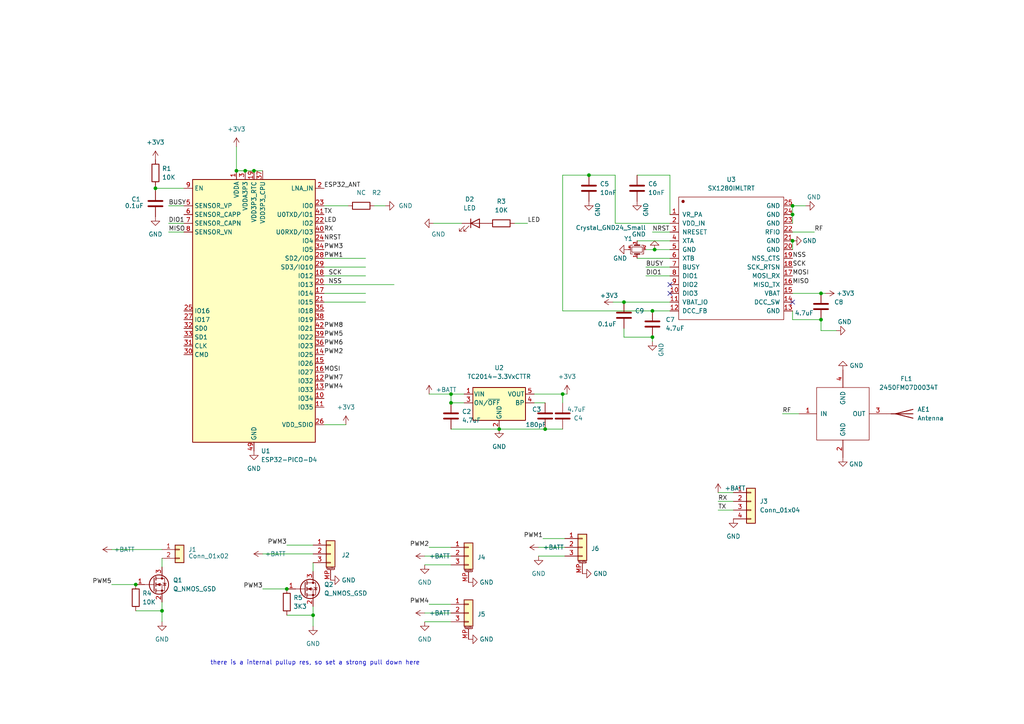
<source format=kicad_sch>
(kicad_sch (version 20211123) (generator eeschema)

  (uuid e63e39d7-6ac0-4ffd-8aa3-1841a4541b55)

  (paper "A4")

  (lib_symbols
    (symbol "Connector_Generic:Conn_01x02" (pin_names (offset 1.016) hide) (in_bom yes) (on_board yes)
      (property "Reference" "J" (id 0) (at 0 2.54 0)
        (effects (font (size 1.27 1.27)))
      )
      (property "Value" "Conn_01x02" (id 1) (at 0 -5.08 0)
        (effects (font (size 1.27 1.27)))
      )
      (property "Footprint" "" (id 2) (at 0 0 0)
        (effects (font (size 1.27 1.27)) hide)
      )
      (property "Datasheet" "~" (id 3) (at 0 0 0)
        (effects (font (size 1.27 1.27)) hide)
      )
      (property "ki_keywords" "connector" (id 4) (at 0 0 0)
        (effects (font (size 1.27 1.27)) hide)
      )
      (property "ki_description" "Generic connector, single row, 01x02, script generated (kicad-library-utils/schlib/autogen/connector/)" (id 5) (at 0 0 0)
        (effects (font (size 1.27 1.27)) hide)
      )
      (property "ki_fp_filters" "Connector*:*_1x??_*" (id 6) (at 0 0 0)
        (effects (font (size 1.27 1.27)) hide)
      )
      (symbol "Conn_01x02_1_1"
        (rectangle (start -1.27 -2.413) (end 0 -2.667)
          (stroke (width 0.1524) (type default) (color 0 0 0 0))
          (fill (type none))
        )
        (rectangle (start -1.27 0.127) (end 0 -0.127)
          (stroke (width 0.1524) (type default) (color 0 0 0 0))
          (fill (type none))
        )
        (rectangle (start -1.27 1.27) (end 1.27 -3.81)
          (stroke (width 0.254) (type default) (color 0 0 0 0))
          (fill (type background))
        )
        (pin passive line (at -5.08 0 0) (length 3.81)
          (name "Pin_1" (effects (font (size 1.27 1.27))))
          (number "1" (effects (font (size 1.27 1.27))))
        )
        (pin passive line (at -5.08 -2.54 0) (length 3.81)
          (name "Pin_2" (effects (font (size 1.27 1.27))))
          (number "2" (effects (font (size 1.27 1.27))))
        )
      )
    )
    (symbol "Connector_Generic:Conn_01x04" (pin_names (offset 1.016) hide) (in_bom yes) (on_board yes)
      (property "Reference" "J" (id 0) (at 0 5.08 0)
        (effects (font (size 1.27 1.27)))
      )
      (property "Value" "Conn_01x04" (id 1) (at 0 -7.62 0)
        (effects (font (size 1.27 1.27)))
      )
      (property "Footprint" "" (id 2) (at 0 0 0)
        (effects (font (size 1.27 1.27)) hide)
      )
      (property "Datasheet" "~" (id 3) (at 0 0 0)
        (effects (font (size 1.27 1.27)) hide)
      )
      (property "ki_keywords" "connector" (id 4) (at 0 0 0)
        (effects (font (size 1.27 1.27)) hide)
      )
      (property "ki_description" "Generic connector, single row, 01x04, script generated (kicad-library-utils/schlib/autogen/connector/)" (id 5) (at 0 0 0)
        (effects (font (size 1.27 1.27)) hide)
      )
      (property "ki_fp_filters" "Connector*:*_1x??_*" (id 6) (at 0 0 0)
        (effects (font (size 1.27 1.27)) hide)
      )
      (symbol "Conn_01x04_1_1"
        (rectangle (start -1.27 -4.953) (end 0 -5.207)
          (stroke (width 0.1524) (type default) (color 0 0 0 0))
          (fill (type none))
        )
        (rectangle (start -1.27 -2.413) (end 0 -2.667)
          (stroke (width 0.1524) (type default) (color 0 0 0 0))
          (fill (type none))
        )
        (rectangle (start -1.27 0.127) (end 0 -0.127)
          (stroke (width 0.1524) (type default) (color 0 0 0 0))
          (fill (type none))
        )
        (rectangle (start -1.27 2.667) (end 0 2.413)
          (stroke (width 0.1524) (type default) (color 0 0 0 0))
          (fill (type none))
        )
        (rectangle (start -1.27 3.81) (end 1.27 -6.35)
          (stroke (width 0.254) (type default) (color 0 0 0 0))
          (fill (type background))
        )
        (pin passive line (at -5.08 2.54 0) (length 3.81)
          (name "Pin_1" (effects (font (size 1.27 1.27))))
          (number "1" (effects (font (size 1.27 1.27))))
        )
        (pin passive line (at -5.08 0 0) (length 3.81)
          (name "Pin_2" (effects (font (size 1.27 1.27))))
          (number "2" (effects (font (size 1.27 1.27))))
        )
        (pin passive line (at -5.08 -2.54 0) (length 3.81)
          (name "Pin_3" (effects (font (size 1.27 1.27))))
          (number "3" (effects (font (size 1.27 1.27))))
        )
        (pin passive line (at -5.08 -5.08 0) (length 3.81)
          (name "Pin_4" (effects (font (size 1.27 1.27))))
          (number "4" (effects (font (size 1.27 1.27))))
        )
      )
    )
    (symbol "Connector_Generic_MountingPin:Conn_01x03_MountingPin" (pin_names (offset 1.016) hide) (in_bom yes) (on_board yes)
      (property "Reference" "J" (id 0) (at 0 5.08 0)
        (effects (font (size 1.27 1.27)))
      )
      (property "Value" "Conn_01x03_MountingPin" (id 1) (at 1.27 -5.08 0)
        (effects (font (size 1.27 1.27)) (justify left))
      )
      (property "Footprint" "" (id 2) (at 0 0 0)
        (effects (font (size 1.27 1.27)) hide)
      )
      (property "Datasheet" "~" (id 3) (at 0 0 0)
        (effects (font (size 1.27 1.27)) hide)
      )
      (property "ki_keywords" "connector" (id 4) (at 0 0 0)
        (effects (font (size 1.27 1.27)) hide)
      )
      (property "ki_description" "Generic connectable mounting pin connector, single row, 01x03, script generated (kicad-library-utils/schlib/autogen/connector/)" (id 5) (at 0 0 0)
        (effects (font (size 1.27 1.27)) hide)
      )
      (property "ki_fp_filters" "Connector*:*_1x??-1MP*" (id 6) (at 0 0 0)
        (effects (font (size 1.27 1.27)) hide)
      )
      (symbol "Conn_01x03_MountingPin_1_1"
        (rectangle (start -1.27 -2.413) (end 0 -2.667)
          (stroke (width 0.1524) (type default) (color 0 0 0 0))
          (fill (type none))
        )
        (rectangle (start -1.27 0.127) (end 0 -0.127)
          (stroke (width 0.1524) (type default) (color 0 0 0 0))
          (fill (type none))
        )
        (rectangle (start -1.27 2.667) (end 0 2.413)
          (stroke (width 0.1524) (type default) (color 0 0 0 0))
          (fill (type none))
        )
        (rectangle (start -1.27 3.81) (end 1.27 -3.81)
          (stroke (width 0.254) (type default) (color 0 0 0 0))
          (fill (type background))
        )
        (polyline
          (pts
            (xy -1.016 -4.572)
            (xy 1.016 -4.572)
          )
          (stroke (width 0.1524) (type default) (color 0 0 0 0))
          (fill (type none))
        )
        (text "Mounting" (at 0 -4.191 0)
          (effects (font (size 0.381 0.381)))
        )
        (pin passive line (at -5.08 2.54 0) (length 3.81)
          (name "Pin_1" (effects (font (size 1.27 1.27))))
          (number "1" (effects (font (size 1.27 1.27))))
        )
        (pin passive line (at -5.08 0 0) (length 3.81)
          (name "Pin_2" (effects (font (size 1.27 1.27))))
          (number "2" (effects (font (size 1.27 1.27))))
        )
        (pin passive line (at -5.08 -2.54 0) (length 3.81)
          (name "Pin_3" (effects (font (size 1.27 1.27))))
          (number "3" (effects (font (size 1.27 1.27))))
        )
        (pin passive line (at 0 -7.62 90) (length 3.048)
          (name "MountPin" (effects (font (size 1.27 1.27))))
          (number "MP" (effects (font (size 1.27 1.27))))
        )
      )
    )
    (symbol "Device:Antenna" (pin_numbers hide) (pin_names (offset 1.016) hide) (in_bom yes) (on_board yes)
      (property "Reference" "AE" (id 0) (at -1.905 1.905 0)
        (effects (font (size 1.27 1.27)) (justify right))
      )
      (property "Value" "Antenna" (id 1) (at -1.905 0 0)
        (effects (font (size 1.27 1.27)) (justify right))
      )
      (property "Footprint" "" (id 2) (at 0 0 0)
        (effects (font (size 1.27 1.27)) hide)
      )
      (property "Datasheet" "~" (id 3) (at 0 0 0)
        (effects (font (size 1.27 1.27)) hide)
      )
      (property "ki_keywords" "antenna" (id 4) (at 0 0 0)
        (effects (font (size 1.27 1.27)) hide)
      )
      (property "ki_description" "Antenna" (id 5) (at 0 0 0)
        (effects (font (size 1.27 1.27)) hide)
      )
      (symbol "Antenna_0_1"
        (polyline
          (pts
            (xy 0 2.54)
            (xy 0 -3.81)
          )
          (stroke (width 0.254) (type default) (color 0 0 0 0))
          (fill (type none))
        )
        (polyline
          (pts
            (xy 1.27 2.54)
            (xy 0 -2.54)
            (xy -1.27 2.54)
          )
          (stroke (width 0.254) (type default) (color 0 0 0 0))
          (fill (type none))
        )
      )
      (symbol "Antenna_1_1"
        (pin input line (at 0 -5.08 90) (length 2.54)
          (name "A" (effects (font (size 1.27 1.27))))
          (number "1" (effects (font (size 1.27 1.27))))
        )
      )
    )
    (symbol "Device:C" (pin_numbers hide) (pin_names (offset 0.254)) (in_bom yes) (on_board yes)
      (property "Reference" "C" (id 0) (at 0.635 2.54 0)
        (effects (font (size 1.27 1.27)) (justify left))
      )
      (property "Value" "C" (id 1) (at 0.635 -2.54 0)
        (effects (font (size 1.27 1.27)) (justify left))
      )
      (property "Footprint" "" (id 2) (at 0.9652 -3.81 0)
        (effects (font (size 1.27 1.27)) hide)
      )
      (property "Datasheet" "~" (id 3) (at 0 0 0)
        (effects (font (size 1.27 1.27)) hide)
      )
      (property "ki_keywords" "cap capacitor" (id 4) (at 0 0 0)
        (effects (font (size 1.27 1.27)) hide)
      )
      (property "ki_description" "Unpolarized capacitor" (id 5) (at 0 0 0)
        (effects (font (size 1.27 1.27)) hide)
      )
      (property "ki_fp_filters" "C_*" (id 6) (at 0 0 0)
        (effects (font (size 1.27 1.27)) hide)
      )
      (symbol "C_0_1"
        (polyline
          (pts
            (xy -2.032 -0.762)
            (xy 2.032 -0.762)
          )
          (stroke (width 0.508) (type default) (color 0 0 0 0))
          (fill (type none))
        )
        (polyline
          (pts
            (xy -2.032 0.762)
            (xy 2.032 0.762)
          )
          (stroke (width 0.508) (type default) (color 0 0 0 0))
          (fill (type none))
        )
      )
      (symbol "C_1_1"
        (pin passive line (at 0 3.81 270) (length 2.794)
          (name "~" (effects (font (size 1.27 1.27))))
          (number "1" (effects (font (size 1.27 1.27))))
        )
        (pin passive line (at 0 -3.81 90) (length 2.794)
          (name "~" (effects (font (size 1.27 1.27))))
          (number "2" (effects (font (size 1.27 1.27))))
        )
      )
    )
    (symbol "Device:Crystal_GND24_Small" (pin_names (offset 1.016) hide) (in_bom yes) (on_board yes)
      (property "Reference" "Y" (id 0) (at 1.27 4.445 0)
        (effects (font (size 1.27 1.27)) (justify left))
      )
      (property "Value" "Crystal_GND24_Small" (id 1) (at 1.27 2.54 0)
        (effects (font (size 1.27 1.27)) (justify left))
      )
      (property "Footprint" "" (id 2) (at 0 0 0)
        (effects (font (size 1.27 1.27)) hide)
      )
      (property "Datasheet" "~" (id 3) (at 0 0 0)
        (effects (font (size 1.27 1.27)) hide)
      )
      (property "ki_keywords" "quartz ceramic resonator oscillator" (id 4) (at 0 0 0)
        (effects (font (size 1.27 1.27)) hide)
      )
      (property "ki_description" "Four pin crystal, GND on pins 2 and 4, small symbol" (id 5) (at 0 0 0)
        (effects (font (size 1.27 1.27)) hide)
      )
      (property "ki_fp_filters" "Crystal*" (id 6) (at 0 0 0)
        (effects (font (size 1.27 1.27)) hide)
      )
      (symbol "Crystal_GND24_Small_0_1"
        (rectangle (start -0.762 -1.524) (end 0.762 1.524)
          (stroke (width 0) (type default) (color 0 0 0 0))
          (fill (type none))
        )
        (polyline
          (pts
            (xy -1.27 -0.762)
            (xy -1.27 0.762)
          )
          (stroke (width 0.381) (type default) (color 0 0 0 0))
          (fill (type none))
        )
        (polyline
          (pts
            (xy 1.27 -0.762)
            (xy 1.27 0.762)
          )
          (stroke (width 0.381) (type default) (color 0 0 0 0))
          (fill (type none))
        )
        (polyline
          (pts
            (xy -1.27 -1.27)
            (xy -1.27 -1.905)
            (xy 1.27 -1.905)
            (xy 1.27 -1.27)
          )
          (stroke (width 0) (type default) (color 0 0 0 0))
          (fill (type none))
        )
        (polyline
          (pts
            (xy -1.27 1.27)
            (xy -1.27 1.905)
            (xy 1.27 1.905)
            (xy 1.27 1.27)
          )
          (stroke (width 0) (type default) (color 0 0 0 0))
          (fill (type none))
        )
      )
      (symbol "Crystal_GND24_Small_1_1"
        (pin passive line (at -2.54 0 0) (length 1.27)
          (name "1" (effects (font (size 1.27 1.27))))
          (number "1" (effects (font (size 0.762 0.762))))
        )
        (pin passive line (at 0 -2.54 90) (length 0.635)
          (name "2" (effects (font (size 1.27 1.27))))
          (number "2" (effects (font (size 0.762 0.762))))
        )
        (pin passive line (at 2.54 0 180) (length 1.27)
          (name "3" (effects (font (size 1.27 1.27))))
          (number "3" (effects (font (size 0.762 0.762))))
        )
        (pin passive line (at 0 2.54 270) (length 0.635)
          (name "4" (effects (font (size 1.27 1.27))))
          (number "4" (effects (font (size 0.762 0.762))))
        )
      )
    )
    (symbol "Device:LED" (pin_numbers hide) (pin_names (offset 1.016) hide) (in_bom yes) (on_board yes)
      (property "Reference" "D" (id 0) (at 0 2.54 0)
        (effects (font (size 1.27 1.27)))
      )
      (property "Value" "LED" (id 1) (at 0 -2.54 0)
        (effects (font (size 1.27 1.27)))
      )
      (property "Footprint" "" (id 2) (at 0 0 0)
        (effects (font (size 1.27 1.27)) hide)
      )
      (property "Datasheet" "~" (id 3) (at 0 0 0)
        (effects (font (size 1.27 1.27)) hide)
      )
      (property "ki_keywords" "LED diode" (id 4) (at 0 0 0)
        (effects (font (size 1.27 1.27)) hide)
      )
      (property "ki_description" "Light emitting diode" (id 5) (at 0 0 0)
        (effects (font (size 1.27 1.27)) hide)
      )
      (property "ki_fp_filters" "LED* LED_SMD:* LED_THT:*" (id 6) (at 0 0 0)
        (effects (font (size 1.27 1.27)) hide)
      )
      (symbol "LED_0_1"
        (polyline
          (pts
            (xy -1.27 -1.27)
            (xy -1.27 1.27)
          )
          (stroke (width 0.254) (type default) (color 0 0 0 0))
          (fill (type none))
        )
        (polyline
          (pts
            (xy -1.27 0)
            (xy 1.27 0)
          )
          (stroke (width 0) (type default) (color 0 0 0 0))
          (fill (type none))
        )
        (polyline
          (pts
            (xy 1.27 -1.27)
            (xy 1.27 1.27)
            (xy -1.27 0)
            (xy 1.27 -1.27)
          )
          (stroke (width 0.254) (type default) (color 0 0 0 0))
          (fill (type none))
        )
        (polyline
          (pts
            (xy -3.048 -0.762)
            (xy -4.572 -2.286)
            (xy -3.81 -2.286)
            (xy -4.572 -2.286)
            (xy -4.572 -1.524)
          )
          (stroke (width 0) (type default) (color 0 0 0 0))
          (fill (type none))
        )
        (polyline
          (pts
            (xy -1.778 -0.762)
            (xy -3.302 -2.286)
            (xy -2.54 -2.286)
            (xy -3.302 -2.286)
            (xy -3.302 -1.524)
          )
          (stroke (width 0) (type default) (color 0 0 0 0))
          (fill (type none))
        )
      )
      (symbol "LED_1_1"
        (pin passive line (at -3.81 0 0) (length 2.54)
          (name "K" (effects (font (size 1.27 1.27))))
          (number "1" (effects (font (size 1.27 1.27))))
        )
        (pin passive line (at 3.81 0 180) (length 2.54)
          (name "A" (effects (font (size 1.27 1.27))))
          (number "2" (effects (font (size 1.27 1.27))))
        )
      )
    )
    (symbol "Device:Q_NMOS_GSD" (pin_names (offset 0) hide) (in_bom yes) (on_board yes)
      (property "Reference" "Q" (id 0) (at 5.08 1.27 0)
        (effects (font (size 1.27 1.27)) (justify left))
      )
      (property "Value" "Q_NMOS_GSD" (id 1) (at 5.08 -1.27 0)
        (effects (font (size 1.27 1.27)) (justify left))
      )
      (property "Footprint" "" (id 2) (at 5.08 2.54 0)
        (effects (font (size 1.27 1.27)) hide)
      )
      (property "Datasheet" "~" (id 3) (at 0 0 0)
        (effects (font (size 1.27 1.27)) hide)
      )
      (property "ki_keywords" "transistor NMOS N-MOS N-MOSFET" (id 4) (at 0 0 0)
        (effects (font (size 1.27 1.27)) hide)
      )
      (property "ki_description" "N-MOSFET transistor, gate/source/drain" (id 5) (at 0 0 0)
        (effects (font (size 1.27 1.27)) hide)
      )
      (symbol "Q_NMOS_GSD_0_1"
        (polyline
          (pts
            (xy 0.254 0)
            (xy -2.54 0)
          )
          (stroke (width 0) (type default) (color 0 0 0 0))
          (fill (type none))
        )
        (polyline
          (pts
            (xy 0.254 1.905)
            (xy 0.254 -1.905)
          )
          (stroke (width 0.254) (type default) (color 0 0 0 0))
          (fill (type none))
        )
        (polyline
          (pts
            (xy 0.762 -1.27)
            (xy 0.762 -2.286)
          )
          (stroke (width 0.254) (type default) (color 0 0 0 0))
          (fill (type none))
        )
        (polyline
          (pts
            (xy 0.762 0.508)
            (xy 0.762 -0.508)
          )
          (stroke (width 0.254) (type default) (color 0 0 0 0))
          (fill (type none))
        )
        (polyline
          (pts
            (xy 0.762 2.286)
            (xy 0.762 1.27)
          )
          (stroke (width 0.254) (type default) (color 0 0 0 0))
          (fill (type none))
        )
        (polyline
          (pts
            (xy 2.54 2.54)
            (xy 2.54 1.778)
          )
          (stroke (width 0) (type default) (color 0 0 0 0))
          (fill (type none))
        )
        (polyline
          (pts
            (xy 2.54 -2.54)
            (xy 2.54 0)
            (xy 0.762 0)
          )
          (stroke (width 0) (type default) (color 0 0 0 0))
          (fill (type none))
        )
        (polyline
          (pts
            (xy 0.762 -1.778)
            (xy 3.302 -1.778)
            (xy 3.302 1.778)
            (xy 0.762 1.778)
          )
          (stroke (width 0) (type default) (color 0 0 0 0))
          (fill (type none))
        )
        (polyline
          (pts
            (xy 1.016 0)
            (xy 2.032 0.381)
            (xy 2.032 -0.381)
            (xy 1.016 0)
          )
          (stroke (width 0) (type default) (color 0 0 0 0))
          (fill (type outline))
        )
        (polyline
          (pts
            (xy 2.794 0.508)
            (xy 2.921 0.381)
            (xy 3.683 0.381)
            (xy 3.81 0.254)
          )
          (stroke (width 0) (type default) (color 0 0 0 0))
          (fill (type none))
        )
        (polyline
          (pts
            (xy 3.302 0.381)
            (xy 2.921 -0.254)
            (xy 3.683 -0.254)
            (xy 3.302 0.381)
          )
          (stroke (width 0) (type default) (color 0 0 0 0))
          (fill (type none))
        )
        (circle (center 1.651 0) (radius 2.794)
          (stroke (width 0.254) (type default) (color 0 0 0 0))
          (fill (type none))
        )
        (circle (center 2.54 -1.778) (radius 0.254)
          (stroke (width 0) (type default) (color 0 0 0 0))
          (fill (type outline))
        )
        (circle (center 2.54 1.778) (radius 0.254)
          (stroke (width 0) (type default) (color 0 0 0 0))
          (fill (type outline))
        )
      )
      (symbol "Q_NMOS_GSD_1_1"
        (pin input line (at -5.08 0 0) (length 2.54)
          (name "G" (effects (font (size 1.27 1.27))))
          (number "1" (effects (font (size 1.27 1.27))))
        )
        (pin passive line (at 2.54 -5.08 90) (length 2.54)
          (name "S" (effects (font (size 1.27 1.27))))
          (number "2" (effects (font (size 1.27 1.27))))
        )
        (pin passive line (at 2.54 5.08 270) (length 2.54)
          (name "D" (effects (font (size 1.27 1.27))))
          (number "3" (effects (font (size 1.27 1.27))))
        )
      )
    )
    (symbol "Device:R" (pin_numbers hide) (pin_names (offset 0)) (in_bom yes) (on_board yes)
      (property "Reference" "R" (id 0) (at 2.032 0 90)
        (effects (font (size 1.27 1.27)))
      )
      (property "Value" "R" (id 1) (at 0 0 90)
        (effects (font (size 1.27 1.27)))
      )
      (property "Footprint" "" (id 2) (at -1.778 0 90)
        (effects (font (size 1.27 1.27)) hide)
      )
      (property "Datasheet" "~" (id 3) (at 0 0 0)
        (effects (font (size 1.27 1.27)) hide)
      )
      (property "ki_keywords" "R res resistor" (id 4) (at 0 0 0)
        (effects (font (size 1.27 1.27)) hide)
      )
      (property "ki_description" "Resistor" (id 5) (at 0 0 0)
        (effects (font (size 1.27 1.27)) hide)
      )
      (property "ki_fp_filters" "R_*" (id 6) (at 0 0 0)
        (effects (font (size 1.27 1.27)) hide)
      )
      (symbol "R_0_1"
        (rectangle (start -1.016 -2.54) (end 1.016 2.54)
          (stroke (width 0.254) (type default) (color 0 0 0 0))
          (fill (type none))
        )
      )
      (symbol "R_1_1"
        (pin passive line (at 0 3.81 270) (length 1.27)
          (name "~" (effects (font (size 1.27 1.27))))
          (number "1" (effects (font (size 1.27 1.27))))
        )
        (pin passive line (at 0 -3.81 90) (length 1.27)
          (name "~" (effects (font (size 1.27 1.27))))
          (number "2" (effects (font (size 1.27 1.27))))
        )
      )
    )
    (symbol "RF_Module:ESP32-PICO-D4" (in_bom yes) (on_board yes)
      (property "Reference" "U" (id 0) (at -17.78 39.37 0)
        (effects (font (size 1.27 1.27)) (justify left))
      )
      (property "Value" "ESP32-PICO-D4" (id 1) (at 3.81 39.37 0)
        (effects (font (size 1.27 1.27)) (justify left))
      )
      (property "Footprint" "Package_DFN_QFN:QFN-48-1EP_7x7mm_P0.5mm_EP5.3x5.3mm" (id 2) (at 0 -43.18 0)
        (effects (font (size 1.27 1.27)) hide)
      )
      (property "Datasheet" "https://www.espressif.com/sites/default/files/documentation/esp32-pico-d4_datasheet_en.pdf" (id 3) (at 6.35 -25.4 0)
        (effects (font (size 1.27 1.27)) hide)
      )
      (property "ki_keywords" "RF Radio BT ESP ESP32 Espressif external antenna" (id 4) (at 0 0 0)
        (effects (font (size 1.27 1.27)) hide)
      )
      (property "ki_description" "RF Module, ESP32 SoC, Wi-Fi 802.11b/g/n, Bluetooth, BLE, 32-bit, 2.7-3.6V, external antenna, QFN-48" (id 5) (at 0 0 0)
        (effects (font (size 1.27 1.27)) hide)
      )
      (property "ki_fp_filters" "QFN*1EP*7x7mm*P0.5mm*" (id 6) (at 0 0 0)
        (effects (font (size 1.27 1.27)) hide)
      )
      (symbol "ESP32-PICO-D4_0_0"
        (pin power_in line (at -5.08 40.64 270) (length 2.54)
          (name "VDDA" (effects (font (size 1.27 1.27))))
          (number "1" (effects (font (size 1.27 1.27))))
        )
        (pin input line (at 20.32 -25.4 180) (length 2.54)
          (name "IO34" (effects (font (size 1.27 1.27))))
          (number "10" (effects (font (size 1.27 1.27))))
        )
        (pin input line (at 20.32 -27.94 180) (length 2.54)
          (name "IO35" (effects (font (size 1.27 1.27))))
          (number "11" (effects (font (size 1.27 1.27))))
        )
        (pin bidirectional line (at 20.32 -20.32 180) (length 2.54)
          (name "IO32" (effects (font (size 1.27 1.27))))
          (number "12" (effects (font (size 1.27 1.27))))
        )
        (pin bidirectional line (at 20.32 -22.86 180) (length 2.54)
          (name "IO33" (effects (font (size 1.27 1.27))))
          (number "13" (effects (font (size 1.27 1.27))))
        )
        (pin bidirectional line (at 20.32 -12.7 180) (length 2.54)
          (name "IO25" (effects (font (size 1.27 1.27))))
          (number "14" (effects (font (size 1.27 1.27))))
        )
        (pin bidirectional line (at 20.32 -15.24 180) (length 2.54)
          (name "IO26" (effects (font (size 1.27 1.27))))
          (number "15" (effects (font (size 1.27 1.27))))
        )
        (pin bidirectional line (at 20.32 -17.78 180) (length 2.54)
          (name "IO27" (effects (font (size 1.27 1.27))))
          (number "16" (effects (font (size 1.27 1.27))))
        )
        (pin bidirectional line (at 20.32 5.08 180) (length 2.54)
          (name "IO14" (effects (font (size 1.27 1.27))))
          (number "17" (effects (font (size 1.27 1.27))))
        )
        (pin bidirectional line (at 20.32 10.16 180) (length 2.54)
          (name "IO12" (effects (font (size 1.27 1.27))))
          (number "18" (effects (font (size 1.27 1.27))))
        )
        (pin power_in line (at 0 40.64 270) (length 2.54)
          (name "VDD3P3_RTC" (effects (font (size 1.27 1.27))))
          (number "19" (effects (font (size 1.27 1.27))))
        )
        (pin bidirectional line (at 20.32 35.56 180) (length 2.54)
          (name "LNA_IN" (effects (font (size 1.27 1.27))))
          (number "2" (effects (font (size 1.27 1.27))))
        )
        (pin bidirectional line (at 20.32 7.62 180) (length 2.54)
          (name "IO13" (effects (font (size 1.27 1.27))))
          (number "20" (effects (font (size 1.27 1.27))))
        )
        (pin bidirectional line (at 20.32 2.54 180) (length 2.54)
          (name "IO15" (effects (font (size 1.27 1.27))))
          (number "21" (effects (font (size 1.27 1.27))))
        )
        (pin bidirectional line (at 20.32 25.4 180) (length 2.54)
          (name "IO2" (effects (font (size 1.27 1.27))))
          (number "22" (effects (font (size 1.27 1.27))))
        )
        (pin bidirectional line (at 20.32 30.48 180) (length 2.54)
          (name "IO0" (effects (font (size 1.27 1.27))))
          (number "23" (effects (font (size 1.27 1.27))))
        )
        (pin bidirectional line (at 20.32 20.32 180) (length 2.54)
          (name "IO4" (effects (font (size 1.27 1.27))))
          (number "24" (effects (font (size 1.27 1.27))))
        )
        (pin bidirectional line (at -20.32 0 0) (length 2.54)
          (name "IO16" (effects (font (size 1.27 1.27))))
          (number "25" (effects (font (size 1.27 1.27))))
        )
        (pin power_out line (at 20.32 -33.02 180) (length 2.54)
          (name "VDD_SDIO" (effects (font (size 1.27 1.27))))
          (number "26" (effects (font (size 1.27 1.27))))
        )
        (pin bidirectional line (at -20.32 -2.54 0) (length 2.54)
          (name "IO17" (effects (font (size 1.27 1.27))))
          (number "27" (effects (font (size 1.27 1.27))))
        )
        (pin bidirectional line (at 20.32 15.24 180) (length 2.54)
          (name "SD2/IO9" (effects (font (size 1.27 1.27))))
          (number "28" (effects (font (size 1.27 1.27))))
        )
        (pin bidirectional line (at 20.32 12.7 180) (length 2.54)
          (name "SD3/IO10" (effects (font (size 1.27 1.27))))
          (number "29" (effects (font (size 1.27 1.27))))
        )
        (pin power_in line (at -2.54 40.64 270) (length 2.54)
          (name "VDDA3P3" (effects (font (size 1.27 1.27))))
          (number "3" (effects (font (size 1.27 1.27))))
        )
        (pin bidirectional line (at -20.32 -12.7 0) (length 2.54)
          (name "CMD" (effects (font (size 1.27 1.27))))
          (number "30" (effects (font (size 1.27 1.27))))
        )
        (pin bidirectional line (at -20.32 -10.16 0) (length 2.54)
          (name "CLK" (effects (font (size 1.27 1.27))))
          (number "31" (effects (font (size 1.27 1.27))))
        )
        (pin bidirectional line (at -20.32 -5.08 0) (length 2.54)
          (name "SD0" (effects (font (size 1.27 1.27))))
          (number "32" (effects (font (size 1.27 1.27))))
        )
        (pin bidirectional line (at -20.32 -7.62 0) (length 2.54)
          (name "SD1" (effects (font (size 1.27 1.27))))
          (number "33" (effects (font (size 1.27 1.27))))
        )
        (pin bidirectional line (at 20.32 17.78 180) (length 2.54)
          (name "IO5" (effects (font (size 1.27 1.27))))
          (number "34" (effects (font (size 1.27 1.27))))
        )
        (pin bidirectional line (at 20.32 0 180) (length 2.54)
          (name "IO18" (effects (font (size 1.27 1.27))))
          (number "35" (effects (font (size 1.27 1.27))))
        )
        (pin bidirectional line (at 20.32 -10.16 180) (length 2.54)
          (name "IO23" (effects (font (size 1.27 1.27))))
          (number "36" (effects (font (size 1.27 1.27))))
        )
        (pin power_in line (at 2.54 40.64 270) (length 2.54)
          (name "VDD3P3_CPU" (effects (font (size 1.27 1.27))))
          (number "37" (effects (font (size 1.27 1.27))))
        )
        (pin bidirectional line (at 20.32 -2.54 180) (length 2.54)
          (name "IO19" (effects (font (size 1.27 1.27))))
          (number "38" (effects (font (size 1.27 1.27))))
        )
        (pin bidirectional line (at 20.32 -7.62 180) (length 2.54)
          (name "IO22" (effects (font (size 1.27 1.27))))
          (number "39" (effects (font (size 1.27 1.27))))
        )
        (pin passive line (at -2.54 40.64 270) (length 2.54) hide
          (name "VDDA3P3" (effects (font (size 1.27 1.27))))
          (number "4" (effects (font (size 1.27 1.27))))
        )
        (pin bidirectional line (at 20.32 22.86 180) (length 2.54)
          (name "U0RXD/IO3" (effects (font (size 1.27 1.27))))
          (number "40" (effects (font (size 1.27 1.27))))
        )
        (pin bidirectional line (at 20.32 27.94 180) (length 2.54)
          (name "U0TXD/IO1" (effects (font (size 1.27 1.27))))
          (number "41" (effects (font (size 1.27 1.27))))
        )
        (pin bidirectional line (at 20.32 -5.08 180) (length 2.54)
          (name "IO21" (effects (font (size 1.27 1.27))))
          (number "42" (effects (font (size 1.27 1.27))))
        )
        (pin passive line (at -5.08 40.64 270) (length 2.54) hide
          (name "VDDA" (effects (font (size 1.27 1.27))))
          (number "43" (effects (font (size 1.27 1.27))))
        )
        (pin no_connect line (at -17.78 -25.4 0) (length 2.54) hide
          (name "XTAL_N_NC" (effects (font (size 1.27 1.27))))
          (number "44" (effects (font (size 1.27 1.27))))
        )
        (pin no_connect line (at -17.78 -27.94 0) (length 2.54) hide
          (name "XTAL_P_NC" (effects (font (size 1.27 1.27))))
          (number "45" (effects (font (size 1.27 1.27))))
        )
        (pin passive line (at -5.08 40.64 270) (length 2.54) hide
          (name "VDDA" (effects (font (size 1.27 1.27))))
          (number "46" (effects (font (size 1.27 1.27))))
        )
        (pin no_connect line (at -17.78 -30.48 0) (length 2.54) hide
          (name "CAP2_NC" (effects (font (size 1.27 1.27))))
          (number "47" (effects (font (size 1.27 1.27))))
        )
        (pin no_connect line (at -17.78 -33.02 0) (length 2.54) hide
          (name "CAP1_NC" (effects (font (size 1.27 1.27))))
          (number "48" (effects (font (size 1.27 1.27))))
        )
        (pin power_in line (at 0 -40.64 90) (length 2.54)
          (name "GND" (effects (font (size 1.27 1.27))))
          (number "49" (effects (font (size 1.27 1.27))))
        )
        (pin input line (at -20.32 30.48 0) (length 2.54)
          (name "SENSOR_VP" (effects (font (size 1.27 1.27))))
          (number "5" (effects (font (size 1.27 1.27))))
        )
        (pin input line (at -20.32 27.94 0) (length 2.54)
          (name "SENSOR_CAPP" (effects (font (size 1.27 1.27))))
          (number "6" (effects (font (size 1.27 1.27))))
        )
        (pin input line (at -20.32 25.4 0) (length 2.54)
          (name "SENSOR_CAPN" (effects (font (size 1.27 1.27))))
          (number "7" (effects (font (size 1.27 1.27))))
        )
        (pin input line (at -20.32 22.86 0) (length 2.54)
          (name "SENSOR_VN" (effects (font (size 1.27 1.27))))
          (number "8" (effects (font (size 1.27 1.27))))
        )
        (pin input line (at -20.32 35.56 0) (length 2.54)
          (name "EN" (effects (font (size 1.27 1.27))))
          (number "9" (effects (font (size 1.27 1.27))))
        )
      )
      (symbol "ESP32-PICO-D4_0_1"
        (rectangle (start -17.78 38.1) (end 17.78 -38.1)
          (stroke (width 0.254) (type default) (color 0 0 0 0))
          (fill (type background))
        )
      )
    )
    (symbol "Regulator_Linear:TC2014-3.3VxCTTR" (pin_names (offset 0.254)) (in_bom yes) (on_board yes)
      (property "Reference" "U" (id 0) (at -6.35 5.715 0)
        (effects (font (size 1.27 1.27)))
      )
      (property "Value" "TC2014-3.3VxCTTR" (id 1) (at 0 5.715 0)
        (effects (font (size 1.27 1.27)) (justify left))
      )
      (property "Footprint" "Package_TO_SOT_SMD:SOT-23-5" (id 2) (at 0 8.255 0)
        (effects (font (size 1.27 1.27)) hide)
      )
      (property "Datasheet" "http://ww1.microchip.com/downloads/en/DeviceDoc/21662F.pdf" (id 3) (at 0 0 0)
        (effects (font (size 1.27 1.27)) hide)
      )
      (property "ki_keywords" "low dropout 3.3V 50mA" (id 4) (at 0 0 0)
        (effects (font (size 1.27 1.27)) hide)
      )
      (property "ki_description" "3.3V 50mA CMOS LDO with Shutdown and Vref Bypass, SOT-23-5" (id 5) (at 0 0 0)
        (effects (font (size 1.27 1.27)) hide)
      )
      (property "ki_fp_filters" "SOT?23*" (id 6) (at 0 0 0)
        (effects (font (size 1.27 1.27)) hide)
      )
      (symbol "TC2014-3.3VxCTTR_0_1"
        (rectangle (start -7.62 -5.08) (end 7.62 4.445)
          (stroke (width 0.254) (type default) (color 0 0 0 0))
          (fill (type background))
        )
      )
      (symbol "TC2014-3.3VxCTTR_1_1"
        (pin power_in line (at -10.16 2.54 0) (length 2.54)
          (name "VIN" (effects (font (size 1.27 1.27))))
          (number "1" (effects (font (size 1.27 1.27))))
        )
        (pin power_in line (at 0 -7.62 90) (length 2.54)
          (name "GND" (effects (font (size 1.27 1.27))))
          (number "2" (effects (font (size 1.27 1.27))))
        )
        (pin input line (at -10.16 0 0) (length 2.54)
          (name "ON/~{OFF}" (effects (font (size 1.27 1.27))))
          (number "3" (effects (font (size 1.27 1.27))))
        )
        (pin input line (at 10.16 0 180) (length 2.54)
          (name "BP" (effects (font (size 1.27 1.27))))
          (number "4" (effects (font (size 1.27 1.27))))
        )
        (pin power_out line (at 10.16 2.54 180) (length 2.54)
          (name "VOUT" (effects (font (size 1.27 1.27))))
          (number "5" (effects (font (size 1.27 1.27))))
        )
      )
    )
    (symbol "ic:2450FM07D0034T" (pin_names (offset 1.016)) (in_bom yes) (on_board yes)
      (property "Reference" "FL" (id 0) (at 0 15.494 0)
        (effects (font (size 1.27 1.27)))
      )
      (property "Value" "2450FM07D0034T" (id 1) (at 0 20.574 0)
        (effects (font (size 1.27 1.27)))
      )
      (property "Footprint" "ic_footprint:FILTER-SMD_4P-L1.0-W0.5-L" (id 2) (at -13.97 21.59 0)
        (effects (font (size 1.27 1.27)) hide)
      )
      (property "Datasheet" "" (id 3) (at 0 5.334 0)
        (effects (font (size 1.27 1.27)) hide)
      )
      (property "SuppliersPartNumber" "C2651081" (id 4) (at 0 0.254 0)
        (effects (font (size 1.27 1.27)) hide)
      )
      (property "uuid" "std:e2e477ab668d4cbb88af09cfe34b9ff4" (id 5) (at 0 11.43 0)
        (effects (font (size 1.27 1.27)) hide)
      )
      (symbol "2450FM07D0034T_1_1"
        (rectangle (start -7.62 7.62) (end 7.62 -7.62)
          (stroke (width 0.1524) (type default) (color 0 0 0 0))
          (fill (type none))
        )
        (pin input line (at -12.7 0 0) (length 5.08)
          (name "IN" (effects (font (size 1.27 1.27))))
          (number "1" (effects (font (size 1.27 1.27))))
        )
        (pin input line (at 0 -12.7 90) (length 5.08)
          (name "GND" (effects (font (size 1.27 1.27))))
          (number "2" (effects (font (size 1.27 1.27))))
        )
        (pin input line (at 12.7 0 180) (length 5.08)
          (name "OUT" (effects (font (size 1.27 1.27))))
          (number "3" (effects (font (size 1.27 1.27))))
        )
        (pin input line (at 0 12.7 270) (length 5.08)
          (name "GND" (effects (font (size 1.27 1.27))))
          (number "4" (effects (font (size 1.27 1.27))))
        )
      )
    )
    (symbol "ic:SX1280IMLTRT" (pin_names (offset 1.016)) (in_bom yes) (on_board yes)
      (property "Reference" "U" (id 0) (at 0 20.447 0)
        (effects (font (size 1.27 1.27)))
      )
      (property "Value" "SX1280IMLTRT" (id 1) (at 0 24.13 0)
        (effects (font (size 1.27 1.27)))
      )
      (property "Footprint" "Package_DFN_QFN:QFN-24-1EP_4x4mm_P0.5mm_EP2.65x2.65mm" (id 2) (at 1.27 22.86 0)
        (effects (font (size 1.27 1.27)) hide)
      )
      (property "Datasheet" "http://www.szlcsc.com/product/details_137249.html" (id 3) (at 2.54 19.05 0)
        (effects (font (size 1.27 1.27)) hide)
      )
      (property "SuppliersPartNumber" "C125969" (id 4) (at 0 5.207 0)
        (effects (font (size 1.27 1.27)) hide)
      )
      (property "uuid" "std:6c56964dcc7b4bbb8a3ac984926bf97a" (id 5) (at 1.27 27.94 0)
        (effects (font (size 1.27 1.27)) hide)
      )
      (symbol "SX1280IMLTRT_1_1"
        (rectangle (start -15.24 17.78) (end 15.24 -17.78)
          (stroke (width 0.1524) (type default) (color 0 0 0 0))
          (fill (type none))
        )
        (circle (center -13.97 16.51) (radius 0.381)
          (stroke (width 0.1524) (type default) (color 0 0 0 0))
          (fill (type outline))
        )
        (pin input line (at -17.78 12.7 0) (length 2.54)
          (name "VR_PA" (effects (font (size 1.27 1.27))))
          (number "1" (effects (font (size 1.27 1.27))))
        )
        (pin input line (at -17.78 -10.16 0) (length 2.54)
          (name "DIO3" (effects (font (size 1.27 1.27))))
          (number "10" (effects (font (size 1.27 1.27))))
        )
        (pin input line (at -17.78 -12.7 0) (length 2.54)
          (name "VBAT_IO" (effects (font (size 1.27 1.27))))
          (number "11" (effects (font (size 1.27 1.27))))
        )
        (pin input line (at -17.78 -15.24 0) (length 2.54)
          (name "DCC_FB" (effects (font (size 1.27 1.27))))
          (number "12" (effects (font (size 1.27 1.27))))
        )
        (pin input line (at 17.78 -15.24 180) (length 2.54)
          (name "GND" (effects (font (size 1.27 1.27))))
          (number "13" (effects (font (size 1.27 1.27))))
        )
        (pin input line (at 17.78 -12.7 180) (length 2.54)
          (name "DCC_SW" (effects (font (size 1.27 1.27))))
          (number "14" (effects (font (size 1.27 1.27))))
        )
        (pin input line (at 17.78 -10.16 180) (length 2.54)
          (name "VBAT" (effects (font (size 1.27 1.27))))
          (number "15" (effects (font (size 1.27 1.27))))
        )
        (pin input line (at 17.78 -7.62 180) (length 2.54)
          (name "MISO_TX" (effects (font (size 1.27 1.27))))
          (number "16" (effects (font (size 1.27 1.27))))
        )
        (pin input line (at 17.78 -5.08 180) (length 2.54)
          (name "MOSI_RX" (effects (font (size 1.27 1.27))))
          (number "17" (effects (font (size 1.27 1.27))))
        )
        (pin input line (at 17.78 -2.54 180) (length 2.54)
          (name "SCK_RTSN" (effects (font (size 1.27 1.27))))
          (number "18" (effects (font (size 1.27 1.27))))
        )
        (pin input line (at 17.78 0 180) (length 2.54)
          (name "NSS_CTS" (effects (font (size 1.27 1.27))))
          (number "19" (effects (font (size 1.27 1.27))))
        )
        (pin input line (at -17.78 10.16 0) (length 2.54)
          (name "VDD_IN" (effects (font (size 1.27 1.27))))
          (number "2" (effects (font (size 1.27 1.27))))
        )
        (pin input line (at 17.78 2.54 180) (length 2.54)
          (name "GND" (effects (font (size 1.27 1.27))))
          (number "20" (effects (font (size 1.27 1.27))))
        )
        (pin input line (at 17.78 5.08 180) (length 2.54)
          (name "GND" (effects (font (size 1.27 1.27))))
          (number "21" (effects (font (size 1.27 1.27))))
        )
        (pin input line (at 17.78 7.62 180) (length 2.54)
          (name "RFIO" (effects (font (size 1.27 1.27))))
          (number "22" (effects (font (size 1.27 1.27))))
        )
        (pin input line (at 17.78 10.16 180) (length 2.54)
          (name "GND" (effects (font (size 1.27 1.27))))
          (number "23" (effects (font (size 1.27 1.27))))
        )
        (pin input line (at 17.78 12.7 180) (length 2.54)
          (name "GND" (effects (font (size 1.27 1.27))))
          (number "24" (effects (font (size 1.27 1.27))))
        )
        (pin input line (at 17.78 15.24 180) (length 2.54)
          (name "GND" (effects (font (size 1.27 1.27))))
          (number "25" (effects (font (size 1.27 1.27))))
        )
        (pin input line (at -17.78 7.62 0) (length 2.54)
          (name "NRESET" (effects (font (size 1.27 1.27))))
          (number "3" (effects (font (size 1.27 1.27))))
        )
        (pin input line (at -17.78 5.08 0) (length 2.54)
          (name "XTA" (effects (font (size 1.27 1.27))))
          (number "4" (effects (font (size 1.27 1.27))))
        )
        (pin input line (at -17.78 2.54 0) (length 2.54)
          (name "GND" (effects (font (size 1.27 1.27))))
          (number "5" (effects (font (size 1.27 1.27))))
        )
        (pin input line (at -17.78 0 0) (length 2.54)
          (name "XTB" (effects (font (size 1.27 1.27))))
          (number "6" (effects (font (size 1.27 1.27))))
        )
        (pin input line (at -17.78 -2.54 0) (length 2.54)
          (name "BUSY" (effects (font (size 1.27 1.27))))
          (number "7" (effects (font (size 1.27 1.27))))
        )
        (pin input line (at -17.78 -5.08 0) (length 2.54)
          (name "DIO1" (effects (font (size 1.27 1.27))))
          (number "8" (effects (font (size 1.27 1.27))))
        )
        (pin input line (at -17.78 -7.62 0) (length 2.54)
          (name "DIO2" (effects (font (size 1.27 1.27))))
          (number "9" (effects (font (size 1.27 1.27))))
        )
      )
    )
    (symbol "power:+3.3V" (power) (pin_names (offset 0)) (in_bom yes) (on_board yes)
      (property "Reference" "#PWR" (id 0) (at 0 -3.81 0)
        (effects (font (size 1.27 1.27)) hide)
      )
      (property "Value" "+3.3V" (id 1) (at 0 3.556 0)
        (effects (font (size 1.27 1.27)))
      )
      (property "Footprint" "" (id 2) (at 0 0 0)
        (effects (font (size 1.27 1.27)) hide)
      )
      (property "Datasheet" "" (id 3) (at 0 0 0)
        (effects (font (size 1.27 1.27)) hide)
      )
      (property "ki_keywords" "power-flag" (id 4) (at 0 0 0)
        (effects (font (size 1.27 1.27)) hide)
      )
      (property "ki_description" "Power symbol creates a global label with name \"+3.3V\"" (id 5) (at 0 0 0)
        (effects (font (size 1.27 1.27)) hide)
      )
      (symbol "+3.3V_0_1"
        (polyline
          (pts
            (xy -0.762 1.27)
            (xy 0 2.54)
          )
          (stroke (width 0) (type default) (color 0 0 0 0))
          (fill (type none))
        )
        (polyline
          (pts
            (xy 0 0)
            (xy 0 2.54)
          )
          (stroke (width 0) (type default) (color 0 0 0 0))
          (fill (type none))
        )
        (polyline
          (pts
            (xy 0 2.54)
            (xy 0.762 1.27)
          )
          (stroke (width 0) (type default) (color 0 0 0 0))
          (fill (type none))
        )
      )
      (symbol "+3.3V_1_1"
        (pin power_in line (at 0 0 90) (length 0) hide
          (name "+3V3" (effects (font (size 1.27 1.27))))
          (number "1" (effects (font (size 1.27 1.27))))
        )
      )
    )
    (symbol "power:+BATT" (power) (pin_names (offset 0)) (in_bom yes) (on_board yes)
      (property "Reference" "#PWR" (id 0) (at 0 -3.81 0)
        (effects (font (size 1.27 1.27)) hide)
      )
      (property "Value" "+BATT" (id 1) (at 0 3.556 0)
        (effects (font (size 1.27 1.27)))
      )
      (property "Footprint" "" (id 2) (at 0 0 0)
        (effects (font (size 1.27 1.27)) hide)
      )
      (property "Datasheet" "" (id 3) (at 0 0 0)
        (effects (font (size 1.27 1.27)) hide)
      )
      (property "ki_keywords" "power-flag battery" (id 4) (at 0 0 0)
        (effects (font (size 1.27 1.27)) hide)
      )
      (property "ki_description" "Power symbol creates a global label with name \"+BATT\"" (id 5) (at 0 0 0)
        (effects (font (size 1.27 1.27)) hide)
      )
      (symbol "+BATT_0_1"
        (polyline
          (pts
            (xy -0.762 1.27)
            (xy 0 2.54)
          )
          (stroke (width 0) (type default) (color 0 0 0 0))
          (fill (type none))
        )
        (polyline
          (pts
            (xy 0 0)
            (xy 0 2.54)
          )
          (stroke (width 0) (type default) (color 0 0 0 0))
          (fill (type none))
        )
        (polyline
          (pts
            (xy 0 2.54)
            (xy 0.762 1.27)
          )
          (stroke (width 0) (type default) (color 0 0 0 0))
          (fill (type none))
        )
      )
      (symbol "+BATT_1_1"
        (pin power_in line (at 0 0 90) (length 0) hide
          (name "+BATT" (effects (font (size 1.27 1.27))))
          (number "1" (effects (font (size 1.27 1.27))))
        )
      )
    )
    (symbol "power:GND" (power) (pin_names (offset 0)) (in_bom yes) (on_board yes)
      (property "Reference" "#PWR" (id 0) (at 0 -6.35 0)
        (effects (font (size 1.27 1.27)) hide)
      )
      (property "Value" "GND" (id 1) (at 0 -3.81 0)
        (effects (font (size 1.27 1.27)))
      )
      (property "Footprint" "" (id 2) (at 0 0 0)
        (effects (font (size 1.27 1.27)) hide)
      )
      (property "Datasheet" "" (id 3) (at 0 0 0)
        (effects (font (size 1.27 1.27)) hide)
      )
      (property "ki_keywords" "power-flag" (id 4) (at 0 0 0)
        (effects (font (size 1.27 1.27)) hide)
      )
      (property "ki_description" "Power symbol creates a global label with name \"GND\" , ground" (id 5) (at 0 0 0)
        (effects (font (size 1.27 1.27)) hide)
      )
      (symbol "GND_0_1"
        (polyline
          (pts
            (xy 0 0)
            (xy 0 -1.27)
            (xy 1.27 -1.27)
            (xy 0 -2.54)
            (xy -1.27 -1.27)
            (xy 0 -1.27)
          )
          (stroke (width 0) (type default) (color 0 0 0 0))
          (fill (type none))
        )
      )
      (symbol "GND_1_1"
        (pin power_in line (at 0 0 270) (length 0) hide
          (name "GND" (effects (font (size 1.27 1.27))))
          (number "1" (effects (font (size 1.27 1.27))))
        )
      )
    )
  )

  (junction (at 238.125 85.09) (diameter 0) (color 0 0 0 0)
    (uuid 04bbfad9-8db1-4f86-aa63-77e42785ee71)
  )
  (junction (at 170.815 50.8) (diameter 0) (color 0 0 0 0)
    (uuid 193dafdd-13f7-47b1-a773-6698566b4bc5)
  )
  (junction (at 238.125 92.71) (diameter 0) (color 0 0 0 0)
    (uuid 4144b48c-c32b-489b-aef3-6ce75b891bb4)
  )
  (junction (at 68.58 49.53) (diameter 0) (color 0 0 0 0)
    (uuid 41694ddf-f560-494c-b4e6-60e643e11b39)
  )
  (junction (at 130.81 114.3) (diameter 0) (color 0 0 0 0)
    (uuid 4a567bc5-20ef-4065-9905-f7455362ca03)
  )
  (junction (at 46.99 177.165) (diameter 0) (color 0 0 0 0)
    (uuid 5f0074f6-be9c-4044-ae93-510b7e83ae27)
  )
  (junction (at 189.23 97.79) (diameter 0) (color 0 0 0 0)
    (uuid 68b9a9e9-3e25-49c1-a1db-525b457b8274)
  )
  (junction (at 229.87 62.23) (diameter 0) (color 0 0 0 0)
    (uuid 6ace8859-37d8-4cac-8f4c-2875c6eddfbe)
  )
  (junction (at 229.87 69.85) (diameter 0) (color 0 0 0 0)
    (uuid 6dfbdf83-6c1c-4ba6-a2ba-88f7d36efcb1)
  )
  (junction (at 45.085 54.61) (diameter 0) (color 0 0 0 0)
    (uuid 718c97b7-3ddf-40b2-a801-ffd03819cf2f)
  )
  (junction (at 158.115 124.46) (diameter 0) (color 0 0 0 0)
    (uuid 72ccf9c1-d4fe-4bf2-b247-c6ee06f4c451)
  )
  (junction (at 90.805 178.435) (diameter 0) (color 0 0 0 0)
    (uuid 74abe8f7-87ff-4266-a659-ff6fe26be82c)
  )
  (junction (at 189.23 90.17) (diameter 0) (color 0 0 0 0)
    (uuid 80826803-6f46-4861-bf58-63b21487b0a0)
  )
  (junction (at 163.195 114.3) (diameter 0) (color 0 0 0 0)
    (uuid 87740968-8592-4100-a661-0d4887a0ed91)
  )
  (junction (at 144.78 124.46) (diameter 0) (color 0 0 0 0)
    (uuid 913fd7b0-9a68-4c4e-bd7e-eb9a0f31b37c)
  )
  (junction (at 83.185 170.815) (diameter 0) (color 0 0 0 0)
    (uuid 92c91f0f-585e-4503-8a02-eec8868f2ce6)
  )
  (junction (at 71.12 49.53) (diameter 0) (color 0 0 0 0)
    (uuid a3149699-8a34-42d1-ac77-5fe843d39d26)
  )
  (junction (at 130.81 116.84) (diameter 0) (color 0 0 0 0)
    (uuid aef24aee-ab93-44ea-9ba0-4fb33ac32ce2)
  )
  (junction (at 229.87 59.69) (diameter 0) (color 0 0 0 0)
    (uuid b454409a-845f-4680-9bf1-603026d83c45)
  )
  (junction (at 180.975 87.63) (diameter 0) (color 0 0 0 0)
    (uuid bfa301dc-5932-4903-af65-92fdf184a24c)
  )
  (junction (at 39.37 169.545) (diameter 0) (color 0 0 0 0)
    (uuid c03fd3ce-e8b7-4565-ad1e-cc686acdf2c3)
  )
  (junction (at 73.66 49.53) (diameter 0) (color 0 0 0 0)
    (uuid d56158c1-f907-417e-b588-1acac96b808e)
  )
  (junction (at 189.865 72.39) (diameter 0) (color 0 0 0 0)
    (uuid eb90b0ac-9bd2-459f-b745-b92ad2a10d5e)
  )

  (no_connect (at 194.31 82.55) (uuid 550e974f-5e6d-4d5d-9fc0-da46fda66c34))
  (no_connect (at 194.31 85.09) (uuid 550e974f-5e6d-4d5d-9fc0-da46fda66c35))
  (no_connect (at 229.87 87.63) (uuid 5fd11c7a-70de-4d89-9bba-d402f4c31b86))

  (wire (pts (xy 71.12 49.53) (xy 73.66 49.53))
    (stroke (width 0) (type default) (color 0 0 0 0))
    (uuid 01b91fbd-fad9-489b-a154-50b09eeed1d3)
  )
  (wire (pts (xy 184.785 69.85) (xy 194.31 69.85))
    (stroke (width 0) (type default) (color 0 0 0 0))
    (uuid 033cb8a0-f785-4a7a-9124-745e0c035c18)
  )
  (wire (pts (xy 187.325 80.01) (xy 194.31 80.01))
    (stroke (width 0) (type default) (color 0 0 0 0))
    (uuid 04771271-3fdc-4746-8aa1-74f1c513ced4)
  )
  (wire (pts (xy 144.78 124.46) (xy 158.115 124.46))
    (stroke (width 0) (type default) (color 0 0 0 0))
    (uuid 11f11dfe-245c-463c-9056-8e8d95e93099)
  )
  (wire (pts (xy 46.99 161.925) (xy 46.99 164.465))
    (stroke (width 0) (type default) (color 0 0 0 0))
    (uuid 1425a268-1e90-4af4-b52f-7b427b32e941)
  )
  (wire (pts (xy 170.815 50.8) (xy 163.195 50.8))
    (stroke (width 0) (type default) (color 0 0 0 0))
    (uuid 1b077851-74ad-4917-981d-aa7b61649737)
  )
  (wire (pts (xy 73.66 49.53) (xy 76.2 49.53))
    (stroke (width 0) (type default) (color 0 0 0 0))
    (uuid 1d18f2cf-c501-453c-9948-aaa772872acf)
  )
  (wire (pts (xy 46.99 177.165) (xy 46.99 174.625))
    (stroke (width 0) (type default) (color 0 0 0 0))
    (uuid 1e2ddfbe-7a53-433c-a0c2-2908cefd871a)
  )
  (wire (pts (xy 242.57 95.885) (xy 238.125 95.885))
    (stroke (width 0) (type default) (color 0 0 0 0))
    (uuid 22cdc7e8-ef50-460d-8a81-8f69cf3b6a23)
  )
  (wire (pts (xy 48.895 67.31) (xy 53.34 67.31))
    (stroke (width 0) (type default) (color 0 0 0 0))
    (uuid 250c3a8b-2db0-465a-8d7c-fedbf5dfd948)
  )
  (wire (pts (xy 130.81 124.46) (xy 144.78 124.46))
    (stroke (width 0) (type default) (color 0 0 0 0))
    (uuid 2622bbb4-43f4-481f-9363-d1ff5d285b52)
  )
  (wire (pts (xy 158.115 124.46) (xy 163.195 124.46))
    (stroke (width 0) (type default) (color 0 0 0 0))
    (uuid 277de8b9-d893-4b99-9f1d-0c64bcdcc128)
  )
  (wire (pts (xy 106.045 85.09) (xy 93.98 85.09))
    (stroke (width 0) (type default) (color 0 0 0 0))
    (uuid 2bc20db9-86e7-4837-9487-3c8ab717eb70)
  )
  (wire (pts (xy 48.895 59.69) (xy 53.34 59.69))
    (stroke (width 0) (type default) (color 0 0 0 0))
    (uuid 2d0ac8c2-3c79-4a95-8ed5-f5621aaf0f16)
  )
  (wire (pts (xy 123.19 161.29) (xy 130.81 161.29))
    (stroke (width 0) (type default) (color 0 0 0 0))
    (uuid 2df8cdef-f93b-4d06-b4dc-2b5597558475)
  )
  (wire (pts (xy 124.46 114.3) (xy 130.81 114.3))
    (stroke (width 0) (type default) (color 0 0 0 0))
    (uuid 2fce8e07-6006-423e-b11d-cdcaa7aa3667)
  )
  (wire (pts (xy 83.185 178.435) (xy 90.805 178.435))
    (stroke (width 0) (type default) (color 0 0 0 0))
    (uuid 33998a38-296d-4ee2-a99d-bc0866b377b5)
  )
  (wire (pts (xy 106.045 74.93) (xy 93.98 74.93))
    (stroke (width 0) (type default) (color 0 0 0 0))
    (uuid 33f5289f-26d6-4949-a0aa-9542f5066aa3)
  )
  (wire (pts (xy 106.045 77.47) (xy 93.98 77.47))
    (stroke (width 0) (type default) (color 0 0 0 0))
    (uuid 3664ab53-b72a-43c6-b715-318ebbce5a79)
  )
  (wire (pts (xy 238.125 92.71) (xy 229.87 92.71))
    (stroke (width 0) (type default) (color 0 0 0 0))
    (uuid 39bfd03e-22a9-4587-ae69-e722efc1bd03)
  )
  (wire (pts (xy 76.2 170.815) (xy 83.185 170.815))
    (stroke (width 0) (type default) (color 0 0 0 0))
    (uuid 3ead03d7-7f7d-43ec-84ff-88a2ec11369b)
  )
  (wire (pts (xy 156.21 158.75) (xy 163.83 158.75))
    (stroke (width 0) (type default) (color 0 0 0 0))
    (uuid 409b5adc-7f56-4f0b-84cb-62f04dd42f40)
  )
  (wire (pts (xy 189.23 90.17) (xy 194.31 90.17))
    (stroke (width 0) (type default) (color 0 0 0 0))
    (uuid 45466bc8-0ddc-4ace-b70c-83e30724e674)
  )
  (wire (pts (xy 163.195 114.3) (xy 154.94 114.3))
    (stroke (width 0) (type default) (color 0 0 0 0))
    (uuid 45e541f6-2714-47cd-844e-4b6a82eb3d32)
  )
  (wire (pts (xy 163.195 114.3) (xy 163.195 116.84))
    (stroke (width 0) (type default) (color 0 0 0 0))
    (uuid 4bdbab4c-f0a4-4d86-af21-b70ea6ac778c)
  )
  (wire (pts (xy 100.965 59.69) (xy 93.98 59.69))
    (stroke (width 0) (type default) (color 0 0 0 0))
    (uuid 5157e60e-cb54-483b-ae72-9d5b83076432)
  )
  (wire (pts (xy 123.19 180.34) (xy 130.81 180.34))
    (stroke (width 0) (type default) (color 0 0 0 0))
    (uuid 52575706-a694-43cc-bf76-c9efc5ebc26a)
  )
  (wire (pts (xy 111.76 59.69) (xy 108.585 59.69))
    (stroke (width 0) (type default) (color 0 0 0 0))
    (uuid 55b15ab9-d64d-416b-9692-3c0e464d19b8)
  )
  (wire (pts (xy 184.785 74.93) (xy 194.31 74.93))
    (stroke (width 0) (type default) (color 0 0 0 0))
    (uuid 5993cabe-beaa-4522-af32-bcdd72e041ca)
  )
  (wire (pts (xy 125.73 64.77) (xy 133.985 64.77))
    (stroke (width 0) (type default) (color 0 0 0 0))
    (uuid 5d966026-ec9d-46e1-b508-badec3af1053)
  )
  (wire (pts (xy 208.28 147.955) (xy 212.725 147.955))
    (stroke (width 0) (type default) (color 0 0 0 0))
    (uuid 60558662-c1bf-4869-9509-c11fd11e5e87)
  )
  (wire (pts (xy 229.87 62.23) (xy 229.87 64.77))
    (stroke (width 0) (type default) (color 0 0 0 0))
    (uuid 609e4d6e-4f3e-4b99-930c-0d95a0117ce1)
  )
  (wire (pts (xy 236.22 67.31) (xy 229.87 67.31))
    (stroke (width 0) (type default) (color 0 0 0 0))
    (uuid 6f9f5b27-060f-4959-80cd-5031a971d7d0)
  )
  (wire (pts (xy 189.23 99.06) (xy 189.23 97.79))
    (stroke (width 0) (type default) (color 0 0 0 0))
    (uuid 70ab0120-1415-4ca9-bfe4-d1e14c5590c3)
  )
  (wire (pts (xy 194.31 62.23) (xy 194.31 50.8))
    (stroke (width 0) (type default) (color 0 0 0 0))
    (uuid 71730c2d-31ba-4954-97d3-72c94d84dbfe)
  )
  (wire (pts (xy 106.045 87.63) (xy 93.98 87.63))
    (stroke (width 0) (type default) (color 0 0 0 0))
    (uuid 71787738-0e07-4419-98a3-39da162c022d)
  )
  (wire (pts (xy 157.48 156.21) (xy 163.83 156.21))
    (stroke (width 0) (type default) (color 0 0 0 0))
    (uuid 73403fb4-1f2a-48eb-8ea5-4b042decb18f)
  )
  (wire (pts (xy 32.385 169.545) (xy 39.37 169.545))
    (stroke (width 0) (type default) (color 0 0 0 0))
    (uuid 737ca733-df1f-4a35-9f2c-d3c439415c01)
  )
  (wire (pts (xy 156.21 161.29) (xy 163.83 161.29))
    (stroke (width 0) (type default) (color 0 0 0 0))
    (uuid 75a1aba7-befb-4afe-a1f6-10c7e58aec3d)
  )
  (wire (pts (xy 164.465 114.3) (xy 163.195 114.3))
    (stroke (width 0) (type default) (color 0 0 0 0))
    (uuid 7e09dbc0-5676-41a7-8427-5fccee01a5d4)
  )
  (wire (pts (xy 208.28 145.415) (xy 212.725 145.415))
    (stroke (width 0) (type default) (color 0 0 0 0))
    (uuid 866379fd-02fd-4cbd-9131-527b6705c45c)
  )
  (wire (pts (xy 180.975 97.79) (xy 189.23 97.79))
    (stroke (width 0) (type default) (color 0 0 0 0))
    (uuid 87e7054e-ccc5-4821-9ff6-a7d5b8f4f8eb)
  )
  (wire (pts (xy 45.085 55.245) (xy 45.085 54.61))
    (stroke (width 0) (type default) (color 0 0 0 0))
    (uuid 8c6d8466-ca13-4f88-a8c4-345388bafeaa)
  )
  (wire (pts (xy 238.125 95.885) (xy 238.125 92.71))
    (stroke (width 0) (type default) (color 0 0 0 0))
    (uuid 8df45736-cd20-48a6-981a-e382c688f481)
  )
  (wire (pts (xy 194.31 50.8) (xy 184.785 50.8))
    (stroke (width 0) (type default) (color 0 0 0 0))
    (uuid 9027b38e-eef4-452e-b0e0-2c271235ac6b)
  )
  (wire (pts (xy 83.185 158.115) (xy 90.805 158.115))
    (stroke (width 0) (type default) (color 0 0 0 0))
    (uuid 91284dbe-b1c5-4f76-a695-bd96e55dfcc7)
  )
  (wire (pts (xy 114.3 82.55) (xy 93.98 82.55))
    (stroke (width 0) (type default) (color 0 0 0 0))
    (uuid 9290a840-27aa-4a48-9628-31e35369b6eb)
  )
  (wire (pts (xy 229.87 69.85) (xy 229.87 72.39))
    (stroke (width 0) (type default) (color 0 0 0 0))
    (uuid 95b70e13-80c1-482a-a202-a84c649e1c63)
  )
  (wire (pts (xy 189.865 72.39) (xy 194.31 72.39))
    (stroke (width 0) (type default) (color 0 0 0 0))
    (uuid 97a68abe-465a-4b01-a510-68cd77a20434)
  )
  (wire (pts (xy 100.33 123.19) (xy 93.98 123.19))
    (stroke (width 0) (type default) (color 0 0 0 0))
    (uuid 9ed7e473-3b60-4ea4-8436-d188de2c5ca8)
  )
  (wire (pts (xy 189.23 67.31) (xy 194.31 67.31))
    (stroke (width 0) (type default) (color 0 0 0 0))
    (uuid acc8e7bc-fc73-4d50-9fe6-7c30265e80e7)
  )
  (wire (pts (xy 124.46 158.75) (xy 130.81 158.75))
    (stroke (width 0) (type default) (color 0 0 0 0))
    (uuid b1804046-b221-4e43-ba58-a469e10a15d8)
  )
  (wire (pts (xy 229.87 59.69) (xy 229.87 62.23))
    (stroke (width 0) (type default) (color 0 0 0 0))
    (uuid b1b5ccd1-ad36-46e0-a6b2-cc9042099609)
  )
  (wire (pts (xy 208.28 142.875) (xy 212.725 142.875))
    (stroke (width 0) (type default) (color 0 0 0 0))
    (uuid b2120a37-1aeb-413a-9d13-ed825d1103d9)
  )
  (wire (pts (xy 187.325 72.39) (xy 189.865 72.39))
    (stroke (width 0) (type default) (color 0 0 0 0))
    (uuid b2c625b6-ed7a-4a50-9105-173b384188fa)
  )
  (wire (pts (xy 233.68 59.69) (xy 229.87 59.69))
    (stroke (width 0) (type default) (color 0 0 0 0))
    (uuid b6ff9bb1-eb53-4ce8-a509-828439d4ad80)
  )
  (wire (pts (xy 229.87 92.71) (xy 229.87 90.17))
    (stroke (width 0) (type default) (color 0 0 0 0))
    (uuid b7d55933-001a-4c1b-abfa-616128e9c8d1)
  )
  (wire (pts (xy 187.325 77.47) (xy 194.31 77.47))
    (stroke (width 0) (type default) (color 0 0 0 0))
    (uuid b8c7dc9c-b78c-4921-8692-4923b5c799a3)
  )
  (wire (pts (xy 76.2 160.655) (xy 90.805 160.655))
    (stroke (width 0) (type default) (color 0 0 0 0))
    (uuid b9fa4715-476d-4cd5-835c-f18f35d8bb0a)
  )
  (wire (pts (xy 32.385 159.385) (xy 46.99 159.385))
    (stroke (width 0) (type default) (color 0 0 0 0))
    (uuid bbde6a95-53f8-496d-9d54-87cee2fac42e)
  )
  (wire (pts (xy 178.435 50.8) (xy 170.815 50.8))
    (stroke (width 0) (type default) (color 0 0 0 0))
    (uuid bda9ac5d-ba63-4dbd-bde7-583b57fb4412)
  )
  (wire (pts (xy 238.125 85.09) (xy 229.87 85.09))
    (stroke (width 0) (type default) (color 0 0 0 0))
    (uuid bdec8781-690e-4690-870e-388560e88ae4)
  )
  (wire (pts (xy 68.58 42.545) (xy 68.58 49.53))
    (stroke (width 0) (type default) (color 0 0 0 0))
    (uuid c318a640-0807-4a5b-b264-1cf36de36874)
  )
  (wire (pts (xy 178.435 64.77) (xy 194.31 64.77))
    (stroke (width 0) (type default) (color 0 0 0 0))
    (uuid c41729b6-2738-44b0-b55f-9a736527a805)
  )
  (wire (pts (xy 239.395 85.09) (xy 238.125 85.09))
    (stroke (width 0) (type default) (color 0 0 0 0))
    (uuid c57c0c86-810d-4769-93cf-a79d0d2072b6)
  )
  (wire (pts (xy 226.949 120.015) (xy 231.775 120.015))
    (stroke (width 0) (type default) (color 0 0 0 0))
    (uuid c654deb7-e712-4543-a8b2-6bf39c20f4f8)
  )
  (wire (pts (xy 46.99 180.34) (xy 46.99 177.165))
    (stroke (width 0) (type default) (color 0 0 0 0))
    (uuid c68b2f18-a1f1-4147-83b9-85ce789f25d5)
  )
  (wire (pts (xy 130.81 116.84) (xy 130.81 114.3))
    (stroke (width 0) (type default) (color 0 0 0 0))
    (uuid c7ebe7ef-c413-4f09-b996-a3fabecb0e19)
  )
  (wire (pts (xy 68.58 49.53) (xy 71.12 49.53))
    (stroke (width 0) (type default) (color 0 0 0 0))
    (uuid ce1e4964-55b7-4346-8f60-1f3d2169c1af)
  )
  (wire (pts (xy 153.035 64.77) (xy 149.225 64.77))
    (stroke (width 0) (type default) (color 0 0 0 0))
    (uuid d17b2487-8b7b-4157-a856-72312005674b)
  )
  (wire (pts (xy 123.19 163.83) (xy 130.81 163.83))
    (stroke (width 0) (type default) (color 0 0 0 0))
    (uuid d446fad5-0599-4054-b2c3-3069d024e02a)
  )
  (wire (pts (xy 45.085 54.61) (xy 53.34 54.61))
    (stroke (width 0) (type default) (color 0 0 0 0))
    (uuid d4a2ae37-780c-4351-a990-3bef1c51a33d)
  )
  (wire (pts (xy 163.195 90.17) (xy 189.23 90.17))
    (stroke (width 0) (type default) (color 0 0 0 0))
    (uuid d8f38406-27a3-4c3e-8a82-f7a352de1677)
  )
  (wire (pts (xy 48.895 64.77) (xy 53.34 64.77))
    (stroke (width 0) (type default) (color 0 0 0 0))
    (uuid db35040d-6e28-48be-be6d-3f352dcaf0ce)
  )
  (wire (pts (xy 106.045 80.01) (xy 93.98 80.01))
    (stroke (width 0) (type default) (color 0 0 0 0))
    (uuid dbc48b35-e2f8-4ea1-ac17-60c6d8225ed4)
  )
  (wire (pts (xy 90.805 181.61) (xy 90.805 178.435))
    (stroke (width 0) (type default) (color 0 0 0 0))
    (uuid dc842591-44a8-411a-aa18-294baf2b7a89)
  )
  (wire (pts (xy 124.46 175.26) (xy 130.81 175.26))
    (stroke (width 0) (type default) (color 0 0 0 0))
    (uuid e5bd545f-439a-4fc1-8dbc-2dc963c50dcc)
  )
  (wire (pts (xy 39.37 177.165) (xy 46.99 177.165))
    (stroke (width 0) (type default) (color 0 0 0 0))
    (uuid e81ef25b-f499-43a6-a81e-7df6333fcfd0)
  )
  (wire (pts (xy 163.195 50.8) (xy 163.195 90.17))
    (stroke (width 0) (type default) (color 0 0 0 0))
    (uuid e8628e71-9d5f-4ed7-95dd-04d312ec562b)
  )
  (wire (pts (xy 130.81 114.3) (xy 134.62 114.3))
    (stroke (width 0) (type default) (color 0 0 0 0))
    (uuid e953cda7-3120-4d9b-be10-e255c6de9512)
  )
  (wire (pts (xy 45.085 54.61) (xy 45.085 53.975))
    (stroke (width 0) (type default) (color 0 0 0 0))
    (uuid ec24c800-0256-4a4e-86b9-10d6bf6597a9)
  )
  (wire (pts (xy 180.975 95.25) (xy 180.975 97.79))
    (stroke (width 0) (type default) (color 0 0 0 0))
    (uuid ef8a658c-88c7-4a97-82d3-ab11175c48a6)
  )
  (wire (pts (xy 177.8 87.63) (xy 180.975 87.63))
    (stroke (width 0) (type default) (color 0 0 0 0))
    (uuid f02221d2-5d76-4b38-91a8-75237837acfa)
  )
  (wire (pts (xy 90.805 178.435) (xy 90.805 175.895))
    (stroke (width 0) (type default) (color 0 0 0 0))
    (uuid f1a8e39d-8304-453e-be28-e8f100239f1b)
  )
  (wire (pts (xy 158.115 116.84) (xy 154.94 116.84))
    (stroke (width 0) (type default) (color 0 0 0 0))
    (uuid f351a7f0-fb1f-4001-973d-f886129f9532)
  )
  (wire (pts (xy 180.975 87.63) (xy 194.31 87.63))
    (stroke (width 0) (type default) (color 0 0 0 0))
    (uuid f409ac17-b4e5-43c9-b947-dac171e5e40c)
  )
  (wire (pts (xy 123.19 177.8) (xy 130.81 177.8))
    (stroke (width 0) (type default) (color 0 0 0 0))
    (uuid f85809a6-c071-499f-b916-7fd81a01bad0)
  )
  (wire (pts (xy 178.435 64.77) (xy 178.435 50.8))
    (stroke (width 0) (type default) (color 0 0 0 0))
    (uuid fb0c43a2-c522-4563-8767-9afee2613056)
  )
  (wire (pts (xy 90.805 163.195) (xy 90.805 165.735))
    (stroke (width 0) (type default) (color 0 0 0 0))
    (uuid fbc8e74b-e1ce-4783-a6c8-ad47dd1e8025)
  )
  (wire (pts (xy 134.62 116.84) (xy 130.81 116.84))
    (stroke (width 0) (type default) (color 0 0 0 0))
    (uuid fd73ad5e-f0e6-45d2-a621-c14346b0c3c0)
  )

  (text "there is a internal pullup res, so set a strong pull down here"
    (at 60.96 193.04 0)
    (effects (font (size 1.27 1.27)) (justify left bottom))
    (uuid 8284aab9-745d-48ae-aef5-fca58e81f991)
  )

  (label "RF" (at 226.949 120.015 0)
    (effects (font (size 1.27 1.27)) (justify left bottom))
    (uuid 02762b77-5323-431b-bd90-8e2c5bc3a7f5)
  )
  (label "MISO" (at 48.895 67.31 0)
    (effects (font (size 1.27 1.27)) (justify left bottom))
    (uuid 1e58a917-5582-4fc4-b6f6-55ec2eb987ca)
  )
  (label "PWM8" (at 93.98 95.25 0)
    (effects (font (size 1.27 1.27)) (justify left bottom))
    (uuid 1efa18bc-d32b-4ea4-be09-9dcce27488bd)
  )
  (label "PWM2" (at 124.46 158.75 180)
    (effects (font (size 1.27 1.27)) (justify right bottom))
    (uuid 1f559db0-c7fe-42ed-85a3-83449be078a4)
  )
  (label "PWM5" (at 32.385 169.545 180)
    (effects (font (size 1.27 1.27)) (justify right bottom))
    (uuid 27e6c826-8c09-4db5-8712-45d4d94c81ca)
  )
  (label "MOSI" (at 229.87 80.01 0)
    (effects (font (size 1.27 1.27)) (justify left bottom))
    (uuid 30190cfc-8fbf-46fd-95a4-5122e4bb4e4e)
  )
  (label "SCK" (at 95.25 80.01 0)
    (effects (font (size 1.27 1.27)) (justify left bottom))
    (uuid 38a03fec-e752-48bc-9e7b-23afb37dde6a)
  )
  (label "ESP32_ANT" (at 93.98 54.61 0)
    (effects (font (size 1.27 1.27)) (justify left bottom))
    (uuid 3fc34ff8-2d58-43cc-87d7-251fcd53658a)
  )
  (label "PWM3" (at 83.185 158.115 180)
    (effects (font (size 1.27 1.27)) (justify right bottom))
    (uuid 41ff9777-1708-41d9-94ba-29e09bf5764c)
  )
  (label "RX" (at 93.98 67.31 0)
    (effects (font (size 1.27 1.27)) (justify left bottom))
    (uuid 49c9ebea-d386-45c1-9102-238acf8e1099)
  )
  (label "TX" (at 208.28 147.955 0)
    (effects (font (size 1.27 1.27)) (justify left bottom))
    (uuid 54b84471-f6c1-40ca-ae17-1ac04e849d88)
  )
  (label "PWM6" (at 93.98 100.33 0)
    (effects (font (size 1.27 1.27)) (justify left bottom))
    (uuid 56cdc377-406c-4228-b4be-1157660232a3)
  )
  (label "NSS" (at 229.87 74.93 0)
    (effects (font (size 1.27 1.27)) (justify left bottom))
    (uuid 64204b0d-ee1b-487e-b09b-cb0aa5964759)
  )
  (label "BUSY" (at 187.325 77.47 0)
    (effects (font (size 1.27 1.27)) (justify left bottom))
    (uuid 6973084a-7376-47b4-8b75-df51406d2ec7)
  )
  (label "PWM2" (at 93.98 102.87 0)
    (effects (font (size 1.27 1.27)) (justify left bottom))
    (uuid 7200517c-5a5c-486f-a5d1-27c41b146541)
  )
  (label "RX" (at 208.28 145.415 0)
    (effects (font (size 1.27 1.27)) (justify left bottom))
    (uuid 7a13d5d3-fa5d-4243-81be-0bdda6b6187f)
  )
  (label "PWM1" (at 93.98 74.93 0)
    (effects (font (size 1.27 1.27)) (justify left bottom))
    (uuid 7bf083cd-299c-4128-807a-466a27ce6939)
  )
  (label "PWM1" (at 157.48 156.21 180)
    (effects (font (size 1.27 1.27)) (justify right bottom))
    (uuid 7fbf1600-c7f4-4092-a93d-8bd6d68ec21c)
  )
  (label "PWM7" (at 93.98 110.49 0)
    (effects (font (size 1.27 1.27)) (justify left bottom))
    (uuid 899f9d69-1f2a-4b32-9136-4c8736dd348e)
  )
  (label "PWM3" (at 76.2 170.815 180)
    (effects (font (size 1.27 1.27)) (justify right bottom))
    (uuid 8b2938e0-5aaf-4899-bf73-181ce7e55671)
  )
  (label "LED" (at 153.035 64.77 0)
    (effects (font (size 1.27 1.27)) (justify left bottom))
    (uuid 94b3302d-5520-4893-8614-929ee5fadf93)
  )
  (label "PWM5" (at 93.98 97.79 0)
    (effects (font (size 1.27 1.27)) (justify left bottom))
    (uuid 9a994a22-79e0-4eb2-88e5-6e21409545bb)
  )
  (label "PWM4" (at 124.46 175.26 180)
    (effects (font (size 1.27 1.27)) (justify right bottom))
    (uuid a9988000-eb91-4e91-a7b6-549b4b213d6b)
  )
  (label "DIO1" (at 187.325 80.01 0)
    (effects (font (size 1.27 1.27)) (justify left bottom))
    (uuid bfb7d9ea-2ddf-45d7-8113-359a43e04c48)
  )
  (label "NSS" (at 95.25 82.55 0)
    (effects (font (size 1.27 1.27)) (justify left bottom))
    (uuid c3b34a12-d11a-4fd7-a741-c9dae8325532)
  )
  (label "MISO" (at 229.87 82.55 0)
    (effects (font (size 1.27 1.27)) (justify left bottom))
    (uuid c71b49c7-13c0-4ce4-8cce-da3dec6f6d05)
  )
  (label "PWM4" (at 93.98 113.03 0)
    (effects (font (size 1.27 1.27)) (justify left bottom))
    (uuid d2fef4be-b39a-4c46-9de9-910052d50f12)
  )
  (label "LED" (at 93.98 64.77 0)
    (effects (font (size 1.27 1.27)) (justify left bottom))
    (uuid d668fc69-b68e-4c1a-8203-cc4b6f1d1dee)
  )
  (label "RF" (at 236.22 67.31 0)
    (effects (font (size 1.27 1.27)) (justify left bottom))
    (uuid dcc9bd72-6319-4595-b0bd-696e26a9e6e4)
  )
  (label "TX" (at 93.98 62.23 0)
    (effects (font (size 1.27 1.27)) (justify left bottom))
    (uuid dce1b0e9-4be5-4011-933f-f50e784088d6)
  )
  (label "NRST" (at 189.23 67.31 0)
    (effects (font (size 1.27 1.27)) (justify left bottom))
    (uuid e46f4e64-0db3-4083-9a33-21922948c8db)
  )
  (label "MOSI" (at 93.98 107.95 0)
    (effects (font (size 1.27 1.27)) (justify left bottom))
    (uuid e761bf23-c9f3-4827-a825-6c77bb0b17b1)
  )
  (label "NRST" (at 93.98 69.85 0)
    (effects (font (size 1.27 1.27)) (justify left bottom))
    (uuid e83bde67-0518-4f7f-8235-b3cbeee75ccc)
  )
  (label "BUSY" (at 48.895 59.69 0)
    (effects (font (size 1.27 1.27)) (justify left bottom))
    (uuid f1c663ce-5303-4096-ae57-b2857e118b87)
  )
  (label "PWM3" (at 93.98 72.39 0)
    (effects (font (size 1.27 1.27)) (justify left bottom))
    (uuid f25e2b3c-66ad-4a73-9728-96dbbda43f9d)
  )
  (label "SCK" (at 229.87 77.47 0)
    (effects (font (size 1.27 1.27)) (justify left bottom))
    (uuid f370cba4-accf-48ce-97ea-8554447990d0)
  )
  (label "DIO1" (at 48.895 64.77 0)
    (effects (font (size 1.27 1.27)) (justify left bottom))
    (uuid fcf3f963-2438-4277-b2f5-87c10eef5711)
  )

  (symbol (lib_id "Device:R") (at 45.085 50.165 0) (unit 1)
    (in_bom yes) (on_board yes) (fields_autoplaced)
    (uuid 062359d1-5ee0-4f31-a9bc-8618b8b1d43b)
    (property "Reference" "R1" (id 0) (at 46.99 48.8949 0)
      (effects (font (size 1.27 1.27)) (justify left))
    )
    (property "Value" "10K" (id 1) (at 46.99 51.4349 0)
      (effects (font (size 1.27 1.27)) (justify left))
    )
    (property "Footprint" "Resistor_SMD:R_0603_1608Metric" (id 2) (at 43.307 50.165 90)
      (effects (font (size 1.27 1.27)) hide)
    )
    (property "Datasheet" "~" (id 3) (at 45.085 50.165 0)
      (effects (font (size 1.27 1.27)) hide)
    )
    (pin "1" (uuid fc769161-41a3-407c-9fb3-3533a11be63f))
    (pin "2" (uuid 2977c35b-60fc-4407-a4a3-8ee86563c630))
  )

  (symbol (lib_id "Connector_Generic:Conn_01x02") (at 52.07 159.385 0) (unit 1)
    (in_bom yes) (on_board yes)
    (uuid 07f32893-fb8f-46cb-b873-e32c32d1be98)
    (property "Reference" "J1" (id 0) (at 54.61 159.3849 0)
      (effects (font (size 1.27 1.27)) (justify left))
    )
    (property "Value" "Conn_01x02" (id 1) (at 54.61 161.29 0)
      (effects (font (size 1.27 1.27)) (justify left))
    )
    (property "Footprint" "Connector_PinHeader_2.54mm:PinHeader_2x01_P2.54mm_Vertical" (id 2) (at 52.07 159.385 0)
      (effects (font (size 1.27 1.27)) hide)
    )
    (property "Datasheet" "~" (id 3) (at 52.07 159.385 0)
      (effects (font (size 1.27 1.27)) hide)
    )
    (pin "1" (uuid 64d22983-ed66-4ea8-909e-29684e30c84d))
    (pin "2" (uuid 87781ba8-160a-4ea0-a9be-939f75a8540d))
  )

  (symbol (lib_id "Device:R") (at 145.415 64.77 90) (unit 1)
    (in_bom yes) (on_board yes) (fields_autoplaced)
    (uuid 10d1ff9f-07f2-4684-a61b-1b86993123cd)
    (property "Reference" "R3" (id 0) (at 145.415 58.42 90))
    (property "Value" "10K" (id 1) (at 145.415 60.96 90))
    (property "Footprint" "Resistor_SMD:R_0603_1608Metric" (id 2) (at 145.415 66.548 90)
      (effects (font (size 1.27 1.27)) hide)
    )
    (property "Datasheet" "~" (id 3) (at 145.415 64.77 0)
      (effects (font (size 1.27 1.27)) hide)
    )
    (pin "1" (uuid 659ec60c-d858-4d32-9c7a-61707502ee2b))
    (pin "2" (uuid 64deb947-f20a-4168-afed-5559a76a954a))
  )

  (symbol (lib_id "Device:R") (at 83.185 174.625 0) (unit 1)
    (in_bom yes) (on_board yes) (fields_autoplaced)
    (uuid 1a039d88-7ab9-405d-bfaf-324c97ce2e32)
    (property "Reference" "R5" (id 0) (at 85.09 173.3549 0)
      (effects (font (size 1.27 1.27)) (justify left))
    )
    (property "Value" "3K3" (id 1) (at 85.09 175.8949 0)
      (effects (font (size 1.27 1.27)) (justify left))
    )
    (property "Footprint" "Resistor_SMD:R_0603_1608Metric" (id 2) (at 81.407 174.625 90)
      (effects (font (size 1.27 1.27)) hide)
    )
    (property "Datasheet" "~" (id 3) (at 83.185 174.625 0)
      (effects (font (size 1.27 1.27)) hide)
    )
    (pin "1" (uuid 117d15bb-ed99-4b5b-a30f-379746d01d90))
    (pin "2" (uuid 546d11b2-fe05-4da9-970f-346e63aa7732))
  )

  (symbol (lib_id "power:+3.3V") (at 100.33 123.19 0) (unit 1)
    (in_bom yes) (on_board yes) (fields_autoplaced)
    (uuid 1a554a15-93e6-40be-9d48-9ad94c27be8f)
    (property "Reference" "#PWR0118" (id 0) (at 100.33 127 0)
      (effects (font (size 1.27 1.27)) hide)
    )
    (property "Value" "+3.3V" (id 1) (at 100.33 118.11 0))
    (property "Footprint" "" (id 2) (at 100.33 123.19 0)
      (effects (font (size 1.27 1.27)) hide)
    )
    (property "Datasheet" "" (id 3) (at 100.33 123.19 0)
      (effects (font (size 1.27 1.27)) hide)
    )
    (pin "1" (uuid 7432f627-a533-4c1b-b785-af7224cd5d44))
  )

  (symbol (lib_id "power:GND") (at 189.865 72.39 180) (unit 1)
    (in_bom yes) (on_board yes)
    (uuid 1c845146-4488-4df8-a33a-138df0ac947f)
    (property "Reference" "#PWR0121" (id 0) (at 189.865 66.04 0)
      (effects (font (size 1.27 1.27)) hide)
    )
    (property "Value" "GND" (id 1) (at 187.325 67.945 0)
      (effects (font (size 1.27 1.27)) (justify left))
    )
    (property "Footprint" "" (id 2) (at 189.865 72.39 0)
      (effects (font (size 1.27 1.27)) hide)
    )
    (property "Datasheet" "" (id 3) (at 189.865 72.39 0)
      (effects (font (size 1.27 1.27)) hide)
    )
    (pin "1" (uuid e43888b8-a23f-4f51-a315-11c7c85afa6a))
  )

  (symbol (lib_id "power:+BATT") (at 123.19 161.29 90) (unit 1)
    (in_bom yes) (on_board yes) (fields_autoplaced)
    (uuid 1eae4f1a-0087-4c35-aea0-85ce11c817cb)
    (property "Reference" "#PWR06" (id 0) (at 127 161.29 0)
      (effects (font (size 1.27 1.27)) hide)
    )
    (property "Value" "+BATT" (id 1) (at 124.46 161.2899 90)
      (effects (font (size 1.27 1.27)) (justify right))
    )
    (property "Footprint" "" (id 2) (at 123.19 161.29 0)
      (effects (font (size 1.27 1.27)) hide)
    )
    (property "Datasheet" "" (id 3) (at 123.19 161.29 0)
      (effects (font (size 1.27 1.27)) hide)
    )
    (pin "1" (uuid e9b6d5e8-ffbb-4800-b015-97866676667a))
  )

  (symbol (lib_id "Device:Q_NMOS_GSD") (at 88.265 170.815 0) (unit 1)
    (in_bom yes) (on_board yes) (fields_autoplaced)
    (uuid 200fbd5e-20e3-473b-a551-f8888fd20ddd)
    (property "Reference" "Q2" (id 0) (at 93.98 169.5449 0)
      (effects (font (size 1.27 1.27)) (justify left))
    )
    (property "Value" "Q_NMOS_GSD" (id 1) (at 93.98 172.0849 0)
      (effects (font (size 1.27 1.27)) (justify left))
    )
    (property "Footprint" "Package_TO_SOT_SMD:SOT-23" (id 2) (at 93.345 168.275 0)
      (effects (font (size 1.27 1.27)) hide)
    )
    (property "Datasheet" "~" (id 3) (at 88.265 170.815 0)
      (effects (font (size 1.27 1.27)) hide)
    )
    (pin "1" (uuid 3b6cecd9-f0af-444a-a162-9cf23bb67250))
    (pin "2" (uuid 2d6bcb14-69ba-4448-8642-57a0652f594c))
    (pin "3" (uuid 9cc7c46d-36b9-4fbb-a9d8-5323208790fc))
  )

  (symbol (lib_id "power:+BATT") (at 156.21 158.75 90) (unit 1)
    (in_bom yes) (on_board yes) (fields_autoplaced)
    (uuid 270cb254-e2ae-4b16-8339-63efee80d541)
    (property "Reference" "#PWR010" (id 0) (at 160.02 158.75 0)
      (effects (font (size 1.27 1.27)) hide)
    )
    (property "Value" "+BATT" (id 1) (at 157.48 158.7499 90)
      (effects (font (size 1.27 1.27)) (justify right))
    )
    (property "Footprint" "" (id 2) (at 156.21 158.75 0)
      (effects (font (size 1.27 1.27)) hide)
    )
    (property "Datasheet" "" (id 3) (at 156.21 158.75 0)
      (effects (font (size 1.27 1.27)) hide)
    )
    (pin "1" (uuid 426046a6-47d4-4697-8d26-2e1518481c7e))
  )

  (symbol (lib_id "Device:C") (at 238.125 88.9 0) (unit 1)
    (in_bom yes) (on_board yes)
    (uuid 27de3513-1ba9-4496-b6ca-50412f2f4fb8)
    (property "Reference" "C8" (id 0) (at 241.935 87.6299 0)
      (effects (font (size 1.27 1.27)) (justify left))
    )
    (property "Value" "4.7uF" (id 1) (at 230.505 90.805 0)
      (effects (font (size 1.27 1.27)) (justify left))
    )
    (property "Footprint" "Capacitor_SMD:C_0603_1608Metric" (id 2) (at 239.0902 92.71 0)
      (effects (font (size 1.27 1.27)) hide)
    )
    (property "Datasheet" "~" (id 3) (at 238.125 88.9 0)
      (effects (font (size 1.27 1.27)) hide)
    )
    (pin "1" (uuid fb5ee887-088f-4560-829a-9ee46cdb6d5d))
    (pin "2" (uuid fa6d6e90-d048-4f3a-a79f-affcfbfde13a))
  )

  (symbol (lib_id "Connector_Generic:Conn_01x04") (at 217.805 145.415 0) (unit 1)
    (in_bom yes) (on_board yes) (fields_autoplaced)
    (uuid 2990a96d-8064-447e-bff0-5e65bdd246fa)
    (property "Reference" "J3" (id 0) (at 220.345 145.4149 0)
      (effects (font (size 1.27 1.27)) (justify left))
    )
    (property "Value" "Conn_01x04" (id 1) (at 220.345 147.9549 0)
      (effects (font (size 1.27 1.27)) (justify left))
    )
    (property "Footprint" "Connector_PinHeader_2.54mm:PinHeader_1x04_P2.54mm_Vertical" (id 2) (at 217.805 145.415 0)
      (effects (font (size 1.27 1.27)) hide)
    )
    (property "Datasheet" "~" (id 3) (at 217.805 145.415 0)
      (effects (font (size 1.27 1.27)) hide)
    )
    (pin "1" (uuid 6f9e160f-5773-4a61-ac69-dd1059a60987))
    (pin "2" (uuid 4a2fedbe-b74a-4196-9301-cd342e4427ab))
    (pin "3" (uuid b8823a29-eabb-4d37-88b5-bd78b473b356))
    (pin "4" (uuid 09c2daa6-df7e-43d2-8e0f-e67398010a9b))
  )

  (symbol (lib_id "Device:C") (at 189.23 93.98 0) (unit 1)
    (in_bom yes) (on_board yes) (fields_autoplaced)
    (uuid 2a3af6b8-e8ee-47c1-8a1b-7ac739a8e7c3)
    (property "Reference" "C7" (id 0) (at 193.04 92.7099 0)
      (effects (font (size 1.27 1.27)) (justify left))
    )
    (property "Value" "4.7uF" (id 1) (at 193.04 95.2499 0)
      (effects (font (size 1.27 1.27)) (justify left))
    )
    (property "Footprint" "Capacitor_SMD:C_0603_1608Metric" (id 2) (at 190.1952 97.79 0)
      (effects (font (size 1.27 1.27)) hide)
    )
    (property "Datasheet" "~" (id 3) (at 189.23 93.98 0)
      (effects (font (size 1.27 1.27)) hide)
    )
    (pin "1" (uuid a4d8c07e-4e6c-4b72-875c-23da0d7bba0d))
    (pin "2" (uuid 49ebe700-00d5-4f9d-80e4-3dc76af35c1f))
  )

  (symbol (lib_id "power:GND") (at 144.78 124.46 0) (unit 1)
    (in_bom yes) (on_board yes) (fields_autoplaced)
    (uuid 30b21b68-1eb4-4fc2-a84e-0581ea480604)
    (property "Reference" "#PWR0112" (id 0) (at 144.78 130.81 0)
      (effects (font (size 1.27 1.27)) hide)
    )
    (property "Value" "GND" (id 1) (at 144.78 129.54 0))
    (property "Footprint" "" (id 2) (at 144.78 124.46 0)
      (effects (font (size 1.27 1.27)) hide)
    )
    (property "Datasheet" "" (id 3) (at 144.78 124.46 0)
      (effects (font (size 1.27 1.27)) hide)
    )
    (pin "1" (uuid 6c89d05d-5a57-4cb5-9d89-a008b3bb1db3))
  )

  (symbol (lib_id "Device:R") (at 104.775 59.69 90) (unit 1)
    (in_bom yes) (on_board yes)
    (uuid 31510b52-0b75-4c71-be45-30651f686938)
    (property "Reference" "R2" (id 0) (at 109.22 55.88 90))
    (property "Value" "NC" (id 1) (at 104.775 55.88 90))
    (property "Footprint" "Resistor_SMD:R_0603_1608Metric" (id 2) (at 104.775 61.468 90)
      (effects (font (size 1.27 1.27)) hide)
    )
    (property "Datasheet" "~" (id 3) (at 104.775 59.69 0)
      (effects (font (size 1.27 1.27)) hide)
    )
    (pin "1" (uuid 485b9ff6-839a-4177-97d7-c89b86bd13b0))
    (pin "2" (uuid 5ea50fce-765d-4833-bbd3-2a71821066ee))
  )

  (symbol (lib_id "power:GND") (at 233.68 59.69 90) (unit 1)
    (in_bom yes) (on_board yes)
    (uuid 34514a5c-2496-4e1c-ae54-cbb7fcd6182d)
    (property "Reference" "#PWR0104" (id 0) (at 240.03 59.69 0)
      (effects (font (size 1.27 1.27)) hide)
    )
    (property "Value" "GND" (id 1) (at 238.125 57.15 90)
      (effects (font (size 1.27 1.27)) (justify left))
    )
    (property "Footprint" "" (id 2) (at 233.68 59.69 0)
      (effects (font (size 1.27 1.27)) hide)
    )
    (property "Datasheet" "" (id 3) (at 233.68 59.69 0)
      (effects (font (size 1.27 1.27)) hide)
    )
    (pin "1" (uuid 742f2a37-f4ee-47a0-a531-306ead6002c2))
  )

  (symbol (lib_id "power:GND") (at 125.73 64.77 270) (unit 1)
    (in_bom yes) (on_board yes)
    (uuid 386c0c7b-a34b-4977-82a3-0f6010c3b42f)
    (property "Reference" "#PWR0122" (id 0) (at 119.38 64.77 0)
      (effects (font (size 1.27 1.27)) hide)
    )
    (property "Value" "GND" (id 1) (at 125.095 67.945 90)
      (effects (font (size 1.27 1.27)) (justify left))
    )
    (property "Footprint" "" (id 2) (at 125.73 64.77 0)
      (effects (font (size 1.27 1.27)) hide)
    )
    (property "Datasheet" "" (id 3) (at 125.73 64.77 0)
      (effects (font (size 1.27 1.27)) hide)
    )
    (pin "1" (uuid 83b13849-33d3-4a79-8a62-7658f6f043e8))
  )

  (symbol (lib_id "power:GND") (at 244.475 107.315 180) (unit 1)
    (in_bom yes) (on_board yes) (fields_autoplaced)
    (uuid 396422df-b562-4d2b-848d-58ceed0b310e)
    (property "Reference" "#PWR0107" (id 0) (at 244.475 100.965 0)
      (effects (font (size 1.27 1.27)) hide)
    )
    (property "Value" "GND" (id 1) (at 246.38 106.0449 0)
      (effects (font (size 1.27 1.27)) (justify right))
    )
    (property "Footprint" "" (id 2) (at 244.475 107.315 0)
      (effects (font (size 1.27 1.27)) hide)
    )
    (property "Datasheet" "" (id 3) (at 244.475 107.315 0)
      (effects (font (size 1.27 1.27)) hide)
    )
    (pin "1" (uuid 3ea00a3c-ebc4-4743-841f-66546aa0c5eb))
  )

  (symbol (lib_id "power:+BATT") (at 76.2 160.655 90) (unit 1)
    (in_bom yes) (on_board yes) (fields_autoplaced)
    (uuid 3b246671-a530-4090-8468-2ab0bfe249c2)
    (property "Reference" "#PWR04" (id 0) (at 80.01 160.655 0)
      (effects (font (size 1.27 1.27)) hide)
    )
    (property "Value" "+BATT" (id 1) (at 76.835 160.6549 90)
      (effects (font (size 1.27 1.27)) (justify right))
    )
    (property "Footprint" "" (id 2) (at 76.2 160.655 0)
      (effects (font (size 1.27 1.27)) hide)
    )
    (property "Datasheet" "" (id 3) (at 76.2 160.655 0)
      (effects (font (size 1.27 1.27)) hide)
    )
    (pin "1" (uuid 0c7176fe-7850-4d73-999d-794b6601674b))
  )

  (symbol (lib_id "power:GND") (at 95.885 168.275 90) (unit 1)
    (in_bom yes) (on_board yes) (fields_autoplaced)
    (uuid 3bffdec5-09be-4bed-a86d-8758874c1b0d)
    (property "Reference" "#PWR0129" (id 0) (at 102.235 168.275 0)
      (effects (font (size 1.27 1.27)) hide)
    )
    (property "Value" "GND" (id 1) (at 99.06 168.2749 90)
      (effects (font (size 1.27 1.27)) (justify right))
    )
    (property "Footprint" "" (id 2) (at 95.885 168.275 0)
      (effects (font (size 1.27 1.27)) hide)
    )
    (property "Datasheet" "" (id 3) (at 95.885 168.275 0)
      (effects (font (size 1.27 1.27)) hide)
    )
    (pin "1" (uuid 085b7551-9d46-4d02-8df7-ae0edaa09e03))
  )

  (symbol (lib_id "power:+BATT") (at 123.19 177.8 90) (unit 1)
    (in_bom yes) (on_board yes) (fields_autoplaced)
    (uuid 3cc80cd4-dd9b-42de-baca-ddefb8f66323)
    (property "Reference" "#PWR08" (id 0) (at 127 177.8 0)
      (effects (font (size 1.27 1.27)) hide)
    )
    (property "Value" "+BATT" (id 1) (at 124.46 177.7999 90)
      (effects (font (size 1.27 1.27)) (justify right))
    )
    (property "Footprint" "" (id 2) (at 123.19 177.8 0)
      (effects (font (size 1.27 1.27)) hide)
    )
    (property "Datasheet" "" (id 3) (at 123.19 177.8 0)
      (effects (font (size 1.27 1.27)) hide)
    )
    (pin "1" (uuid a33959f8-19ba-41f4-8201-e695db5a83dc))
  )

  (symbol (lib_id "Device:C") (at 158.115 120.65 0) (unit 1)
    (in_bom yes) (on_board yes)
    (uuid 40bd3aa5-2010-4bf5-8562-134335c515f3)
    (property "Reference" "C3" (id 0) (at 154.305 118.745 0)
      (effects (font (size 1.27 1.27)) (justify left))
    )
    (property "Value" "180pF" (id 1) (at 152.4 123.19 0)
      (effects (font (size 1.27 1.27)) (justify left))
    )
    (property "Footprint" "Capacitor_SMD:C_0603_1608Metric" (id 2) (at 159.0802 124.46 0)
      (effects (font (size 1.27 1.27)) hide)
    )
    (property "Datasheet" "~" (id 3) (at 158.115 120.65 0)
      (effects (font (size 1.27 1.27)) hide)
    )
    (pin "1" (uuid ef3526a7-e70b-4605-b9f4-7e0da85a4e5e))
    (pin "2" (uuid 8aff0b77-55bb-4f7d-b761-e0b759b71e49))
  )

  (symbol (lib_id "power:+3.3V") (at 45.085 46.355 0) (unit 1)
    (in_bom yes) (on_board yes) (fields_autoplaced)
    (uuid 42a186de-3d09-40e4-a845-deb849c97851)
    (property "Reference" "#PWR0120" (id 0) (at 45.085 50.165 0)
      (effects (font (size 1.27 1.27)) hide)
    )
    (property "Value" "+3.3V" (id 1) (at 45.085 41.275 0))
    (property "Footprint" "" (id 2) (at 45.085 46.355 0)
      (effects (font (size 1.27 1.27)) hide)
    )
    (property "Datasheet" "" (id 3) (at 45.085 46.355 0)
      (effects (font (size 1.27 1.27)) hide)
    )
    (pin "1" (uuid 835257f0-05a3-40b7-b05b-9581c4fda47e))
  )

  (symbol (lib_id "Device:C") (at 45.085 59.055 0) (mirror y) (unit 1)
    (in_bom yes) (on_board yes)
    (uuid 4fdb758e-3ec1-4750-ae99-94597196cf8a)
    (property "Reference" "C1" (id 0) (at 38.1 57.785 0)
      (effects (font (size 1.27 1.27)) (justify right))
    )
    (property "Value" "0.1uF" (id 1) (at 36.195 59.69 0)
      (effects (font (size 1.27 1.27)) (justify right))
    )
    (property "Footprint" "Capacitor_SMD:C_0603_1608Metric" (id 2) (at 44.1198 62.865 0)
      (effects (font (size 1.27 1.27)) hide)
    )
    (property "Datasheet" "~" (id 3) (at 45.085 59.055 0)
      (effects (font (size 1.27 1.27)) hide)
    )
    (pin "1" (uuid 229e750d-87d9-47de-961d-aff2353a3b26))
    (pin "2" (uuid f6b3ff4f-caba-4671-bb76-8ef6281602b5))
  )

  (symbol (lib_id "Device:R") (at 39.37 173.355 0) (unit 1)
    (in_bom yes) (on_board yes) (fields_autoplaced)
    (uuid 5073c547-eee8-44da-840e-c47d26d3104f)
    (property "Reference" "R4" (id 0) (at 41.275 172.0849 0)
      (effects (font (size 1.27 1.27)) (justify left))
    )
    (property "Value" "10K" (id 1) (at 41.275 174.6249 0)
      (effects (font (size 1.27 1.27)) (justify left))
    )
    (property "Footprint" "Resistor_SMD:R_0603_1608Metric" (id 2) (at 37.592 173.355 90)
      (effects (font (size 1.27 1.27)) hide)
    )
    (property "Datasheet" "~" (id 3) (at 39.37 173.355 0)
      (effects (font (size 1.27 1.27)) hide)
    )
    (pin "1" (uuid 5ce72b89-b3d4-4b58-817b-ed1c153ed913))
    (pin "2" (uuid 84f8a8dc-512a-4f48-9dfb-4aca52c0381a))
  )

  (symbol (lib_id "power:GND") (at 46.99 180.34 0) (unit 1)
    (in_bom yes) (on_board yes) (fields_autoplaced)
    (uuid 565cd07e-85af-4eb8-b1f5-84e56ca1d103)
    (property "Reference" "#PWR0128" (id 0) (at 46.99 186.69 0)
      (effects (font (size 1.27 1.27)) hide)
    )
    (property "Value" "GND" (id 1) (at 46.99 185.42 0))
    (property "Footprint" "" (id 2) (at 46.99 180.34 0)
      (effects (font (size 1.27 1.27)) hide)
    )
    (property "Datasheet" "" (id 3) (at 46.99 180.34 0)
      (effects (font (size 1.27 1.27)) hide)
    )
    (pin "1" (uuid f71bd116-598b-416e-81bf-612b26f3b1de))
  )

  (symbol (lib_id "Device:C") (at 163.195 120.65 0) (unit 1)
    (in_bom yes) (on_board yes)
    (uuid 57367b22-1cac-4953-9c56-ebcb85355c0e)
    (property "Reference" "C4" (id 0) (at 166.37 121.285 0)
      (effects (font (size 1.27 1.27)) (justify left))
    )
    (property "Value" "4.7uF" (id 1) (at 164.465 118.745 0)
      (effects (font (size 1.27 1.27)) (justify left))
    )
    (property "Footprint" "Capacitor_SMD:C_0603_1608Metric" (id 2) (at 164.1602 124.46 0)
      (effects (font (size 1.27 1.27)) hide)
    )
    (property "Datasheet" "~" (id 3) (at 163.195 120.65 0)
      (effects (font (size 1.27 1.27)) hide)
    )
    (pin "1" (uuid 541b64a2-6faa-4910-b2b5-be65e5787ed6))
    (pin "2" (uuid c39bcda7-4a95-40a8-a2f9-5db186a705f2))
  )

  (symbol (lib_id "power:GND") (at 212.725 150.495 0) (unit 1)
    (in_bom yes) (on_board yes) (fields_autoplaced)
    (uuid 5d0fe36d-b1ed-47a1-99bd-9411ce462429)
    (property "Reference" "#PWR014" (id 0) (at 212.725 156.845 0)
      (effects (font (size 1.27 1.27)) hide)
    )
    (property "Value" "GND" (id 1) (at 212.725 155.575 0))
    (property "Footprint" "" (id 2) (at 212.725 150.495 0)
      (effects (font (size 1.27 1.27)) hide)
    )
    (property "Datasheet" "" (id 3) (at 212.725 150.495 0)
      (effects (font (size 1.27 1.27)) hide)
    )
    (pin "1" (uuid 8ccf62e1-83ba-491c-9734-caeea5311b14))
  )

  (symbol (lib_id "Device:Q_NMOS_GSD") (at 44.45 169.545 0) (unit 1)
    (in_bom yes) (on_board yes) (fields_autoplaced)
    (uuid 667706e8-7d0c-42a7-9dac-6cb35b298261)
    (property "Reference" "Q1" (id 0) (at 50.165 168.2749 0)
      (effects (font (size 1.27 1.27)) (justify left))
    )
    (property "Value" "Q_NMOS_GSD" (id 1) (at 50.165 170.8149 0)
      (effects (font (size 1.27 1.27)) (justify left))
    )
    (property "Footprint" "Package_TO_SOT_SMD:SOT-23" (id 2) (at 49.53 167.005 0)
      (effects (font (size 1.27 1.27)) hide)
    )
    (property "Datasheet" "~" (id 3) (at 44.45 169.545 0)
      (effects (font (size 1.27 1.27)) hide)
    )
    (pin "1" (uuid 511c60eb-9c48-474b-9a47-61dd31b22eee))
    (pin "2" (uuid b48fcafc-ad1a-4f50-b995-9519548e9ec4))
    (pin "3" (uuid bb75e593-5b4a-47a7-a9b4-fca300681185))
  )

  (symbol (lib_id "power:GND") (at 135.89 185.42 90) (unit 1)
    (in_bom yes) (on_board yes) (fields_autoplaced)
    (uuid 700b33ee-a9b1-4aaf-9ce0-0bf66671415d)
    (property "Reference" "#PWR?" (id 0) (at 142.24 185.42 0)
      (effects (font (size 1.27 1.27)) hide)
    )
    (property "Value" "GND" (id 1) (at 139.065 185.4199 90)
      (effects (font (size 1.27 1.27)) (justify right))
    )
    (property "Footprint" "" (id 2) (at 135.89 185.42 0)
      (effects (font (size 1.27 1.27)) hide)
    )
    (property "Datasheet" "" (id 3) (at 135.89 185.42 0)
      (effects (font (size 1.27 1.27)) hide)
    )
    (pin "1" (uuid 4cfe77b1-1779-48d1-8a68-67487f715287))
  )

  (symbol (lib_id "power:+3.3V") (at 177.8 87.63 90) (unit 1)
    (in_bom yes) (on_board yes)
    (uuid 73fe65f2-4144-4379-8ed6-8ff6a5fab65b)
    (property "Reference" "#PWR0105" (id 0) (at 181.61 87.63 0)
      (effects (font (size 1.27 1.27)) hide)
    )
    (property "Value" "+3.3V" (id 1) (at 173.99 85.725 90)
      (effects (font (size 1.27 1.27)) (justify right))
    )
    (property "Footprint" "" (id 2) (at 177.8 87.63 0)
      (effects (font (size 1.27 1.27)) hide)
    )
    (property "Datasheet" "" (id 3) (at 177.8 87.63 0)
      (effects (font (size 1.27 1.27)) hide)
    )
    (pin "1" (uuid 2580fbe7-4b5b-47a9-a1c0-2d7f132cbba6))
  )

  (symbol (lib_id "Connector_Generic_MountingPin:Conn_01x03_MountingPin") (at 135.89 177.8 0) (unit 1)
    (in_bom yes) (on_board yes) (fields_autoplaced)
    (uuid 7cf54e4e-ecf2-4a31-a5f4-2d98647570db)
    (property "Reference" "J5" (id 0) (at 138.43 178.1555 0)
      (effects (font (size 1.27 1.27)) (justify left))
    )
    (property "Value" "Conn_01x03_MountingPin" (id 1) (at 138.43 179.4255 0)
      (effects (font (size 1.27 1.27)) (justify left) hide)
    )
    (property "Footprint" "Connector_Molex:Molex_CLIK-Mate_502386-0370_1x03-1MP_P1.25mm_Horizontal" (id 2) (at 135.89 177.8 0)
      (effects (font (size 1.27 1.27)) hide)
    )
    (property "Datasheet" "~" (id 3) (at 135.89 177.8 0)
      (effects (font (size 1.27 1.27)) hide)
    )
    (pin "1" (uuid 0139275e-b815-40a7-b784-a3a063db6c66))
    (pin "2" (uuid dc4c125d-8268-4f88-a5c4-6d0e9895e636))
    (pin "3" (uuid c3fe1eda-51cb-4863-a65d-7717cf67d85d))
    (pin "MP" (uuid 002f2e2a-f7c6-46ae-891e-1aab57c43921))
  )

  (symbol (lib_id "power:GND") (at 182.245 72.39 270) (unit 1)
    (in_bom yes) (on_board yes)
    (uuid 7d460f2d-be21-48d4-8c62-dcddd19d1a5d)
    (property "Reference" "#PWR0110" (id 0) (at 175.895 72.39 0)
      (effects (font (size 1.27 1.27)) hide)
    )
    (property "Value" "GND" (id 1) (at 177.8 74.93 90)
      (effects (font (size 1.27 1.27)) (justify left))
    )
    (property "Footprint" "" (id 2) (at 182.245 72.39 0)
      (effects (font (size 1.27 1.27)) hide)
    )
    (property "Datasheet" "" (id 3) (at 182.245 72.39 0)
      (effects (font (size 1.27 1.27)) hide)
    )
    (pin "1" (uuid 98a848ae-5e3b-448d-99aa-1ace95fbe8e6))
  )

  (symbol (lib_id "power:GND") (at 73.66 130.81 0) (unit 1)
    (in_bom yes) (on_board yes) (fields_autoplaced)
    (uuid 7e509ce7-bdc7-45fb-b2d0-c14a958a5480)
    (property "Reference" "#PWR0116" (id 0) (at 73.66 137.16 0)
      (effects (font (size 1.27 1.27)) hide)
    )
    (property "Value" "GND" (id 1) (at 73.66 135.89 0))
    (property "Footprint" "" (id 2) (at 73.66 130.81 0)
      (effects (font (size 1.27 1.27)) hide)
    )
    (property "Datasheet" "" (id 3) (at 73.66 130.81 0)
      (effects (font (size 1.27 1.27)) hide)
    )
    (pin "1" (uuid 7da6dd22-6820-4812-8b65-ceb1440c016d))
  )

  (symbol (lib_id "Device:C") (at 130.81 120.65 0) (mirror y) (unit 1)
    (in_bom yes) (on_board yes) (fields_autoplaced)
    (uuid 7ea57a98-78af-439b-999b-2d6f68b50e8e)
    (property "Reference" "C2" (id 0) (at 133.985 119.3799 0)
      (effects (font (size 1.27 1.27)) (justify right))
    )
    (property "Value" "4.7uF" (id 1) (at 133.985 121.9199 0)
      (effects (font (size 1.27 1.27)) (justify right))
    )
    (property "Footprint" "Capacitor_SMD:C_0603_1608Metric" (id 2) (at 129.8448 124.46 0)
      (effects (font (size 1.27 1.27)) hide)
    )
    (property "Datasheet" "~" (id 3) (at 130.81 120.65 0)
      (effects (font (size 1.27 1.27)) hide)
    )
    (pin "1" (uuid 82e900d5-9687-4414-af0e-21d98aee6452))
    (pin "2" (uuid 0e2b4c97-a564-4363-8cc9-3ff57136fa61))
  )

  (symbol (lib_id "Device:C") (at 170.815 54.61 0) (unit 1)
    (in_bom yes) (on_board yes) (fields_autoplaced)
    (uuid 7f6d4dae-8da0-4354-a922-930d6dbd668e)
    (property "Reference" "C5" (id 0) (at 173.99 53.3399 0)
      (effects (font (size 1.27 1.27)) (justify left))
    )
    (property "Value" "10nF" (id 1) (at 173.99 55.8799 0)
      (effects (font (size 1.27 1.27)) (justify left))
    )
    (property "Footprint" "Capacitor_SMD:C_0603_1608Metric" (id 2) (at 171.7802 58.42 0)
      (effects (font (size 1.27 1.27)) hide)
    )
    (property "Datasheet" "~" (id 3) (at 170.815 54.61 0)
      (effects (font (size 1.27 1.27)) hide)
    )
    (pin "1" (uuid 7133b922-d879-4699-b7a9-9756e66c1d3b))
    (pin "2" (uuid d8acde9d-0d67-4396-89a7-0c9a8ffa64fd))
  )

  (symbol (lib_id "Regulator_Linear:TC2014-3.3VxCTTR") (at 144.78 116.84 0) (unit 1)
    (in_bom yes) (on_board yes) (fields_autoplaced)
    (uuid 834aa2b6-a999-41a3-bbad-701366e676b1)
    (property "Reference" "U2" (id 0) (at 144.78 106.68 0))
    (property "Value" "TC2014-3.3VxCTTR" (id 1) (at 144.78 109.22 0))
    (property "Footprint" "Package_TO_SOT_SMD:SOT-23-5" (id 2) (at 144.78 108.585 0)
      (effects (font (size 1.27 1.27)) hide)
    )
    (property "Datasheet" "http://ww1.microchip.com/downloads/en/DeviceDoc/21662F.pdf" (id 3) (at 144.78 116.84 0)
      (effects (font (size 1.27 1.27)) hide)
    )
    (pin "1" (uuid deafc421-f1f9-42d6-a78e-3d5acada38e5))
    (pin "2" (uuid ad17fd58-3481-4071-a67d-c0c767b23050))
    (pin "3" (uuid 2da61b4c-454c-48a3-a0cc-5e7fd6ff3cc3))
    (pin "4" (uuid 495228fe-fc8f-457e-958c-d897f0e67388))
    (pin "5" (uuid af90eea0-5fb9-4e56-8f45-5ede5d49b1aa))
  )

  (symbol (lib_id "power:GND") (at 170.815 58.42 0) (unit 1)
    (in_bom yes) (on_board yes)
    (uuid 848bbd9c-6942-4485-9044-e1b2710347d5)
    (property "Reference" "#PWR0111" (id 0) (at 170.815 64.77 0)
      (effects (font (size 1.27 1.27)) hide)
    )
    (property "Value" "GND" (id 1) (at 173.355 62.865 90)
      (effects (font (size 1.27 1.27)) (justify left))
    )
    (property "Footprint" "" (id 2) (at 170.815 58.42 0)
      (effects (font (size 1.27 1.27)) hide)
    )
    (property "Datasheet" "" (id 3) (at 170.815 58.42 0)
      (effects (font (size 1.27 1.27)) hide)
    )
    (pin "1" (uuid b9c78434-7269-4c40-ab27-fc87255d0a15))
  )

  (symbol (lib_id "power:GND") (at 184.785 58.42 0) (unit 1)
    (in_bom yes) (on_board yes)
    (uuid 876681eb-30ff-46c3-b0b7-0b6a7582ce65)
    (property "Reference" "#PWR0106" (id 0) (at 184.785 64.77 0)
      (effects (font (size 1.27 1.27)) hide)
    )
    (property "Value" "GND" (id 1) (at 187.325 62.865 90)
      (effects (font (size 1.27 1.27)) (justify left))
    )
    (property "Footprint" "" (id 2) (at 184.785 58.42 0)
      (effects (font (size 1.27 1.27)) hide)
    )
    (property "Datasheet" "" (id 3) (at 184.785 58.42 0)
      (effects (font (size 1.27 1.27)) hide)
    )
    (pin "1" (uuid 74693fdf-dae1-48b6-a99f-c18ecf6d1176))
  )

  (symbol (lib_id "power:GND") (at 189.23 99.06 0) (unit 1)
    (in_bom yes) (on_board yes)
    (uuid 8cb5cafa-cea1-4c81-8ada-5268bb64db57)
    (property "Reference" "#PWR0109" (id 0) (at 189.23 105.41 0)
      (effects (font (size 1.27 1.27)) hide)
    )
    (property "Value" "GND" (id 1) (at 191.77 103.505 90)
      (effects (font (size 1.27 1.27)) (justify left))
    )
    (property "Footprint" "" (id 2) (at 189.23 99.06 0)
      (effects (font (size 1.27 1.27)) hide)
    )
    (property "Datasheet" "" (id 3) (at 189.23 99.06 0)
      (effects (font (size 1.27 1.27)) hide)
    )
    (pin "1" (uuid 57e1060e-f19f-449d-9d00-60c0da22fc78))
  )

  (symbol (lib_id "power:+3.3V") (at 239.395 85.09 270) (unit 1)
    (in_bom yes) (on_board yes) (fields_autoplaced)
    (uuid 961f5f44-3ad5-4341-a5f3-9b5e2aad6bee)
    (property "Reference" "#PWR0101" (id 0) (at 235.585 85.09 0)
      (effects (font (size 1.27 1.27)) hide)
    )
    (property "Value" "+3.3V" (id 1) (at 242.57 85.0899 90)
      (effects (font (size 1.27 1.27)) (justify left))
    )
    (property "Footprint" "" (id 2) (at 239.395 85.09 0)
      (effects (font (size 1.27 1.27)) hide)
    )
    (property "Datasheet" "" (id 3) (at 239.395 85.09 0)
      (effects (font (size 1.27 1.27)) hide)
    )
    (pin "1" (uuid 8e1d5165-78d3-4031-93d7-de2673fc9891))
  )

  (symbol (lib_id "Device:C") (at 184.785 54.61 0) (unit 1)
    (in_bom yes) (on_board yes) (fields_autoplaced)
    (uuid 96867668-7bed-470a-ba64-838141ae6f34)
    (property "Reference" "C6" (id 0) (at 187.96 53.3399 0)
      (effects (font (size 1.27 1.27)) (justify left))
    )
    (property "Value" "10nF" (id 1) (at 187.96 55.8799 0)
      (effects (font (size 1.27 1.27)) (justify left))
    )
    (property "Footprint" "Capacitor_SMD:C_0603_1608Metric" (id 2) (at 185.7502 58.42 0)
      (effects (font (size 1.27 1.27)) hide)
    )
    (property "Datasheet" "~" (id 3) (at 184.785 54.61 0)
      (effects (font (size 1.27 1.27)) hide)
    )
    (pin "1" (uuid b704935d-39c2-4577-893c-3966119b1cd6))
    (pin "2" (uuid 3822ad7e-2aae-4b20-a8d7-875b69e67ca4))
  )

  (symbol (lib_id "Device:LED") (at 137.795 64.77 0) (unit 1)
    (in_bom yes) (on_board yes) (fields_autoplaced)
    (uuid 970b938f-b17e-4219-8486-5e9e634d63af)
    (property "Reference" "D2" (id 0) (at 136.2075 57.785 0))
    (property "Value" "LED" (id 1) (at 136.2075 60.325 0))
    (property "Footprint" "LED_SMD:LED_0603_1608Metric" (id 2) (at 137.795 64.77 0)
      (effects (font (size 1.27 1.27)) hide)
    )
    (property "Datasheet" "~" (id 3) (at 137.795 64.77 0)
      (effects (font (size 1.27 1.27)) hide)
    )
    (pin "1" (uuid 74ede3b6-1a9f-4216-b76e-c1e0e0f1cc60))
    (pin "2" (uuid 8ebb6f61-f01f-4e9d-8521-8366a801bbdc))
  )

  (symbol (lib_id "power:+3.3V") (at 164.465 114.3 0) (unit 1)
    (in_bom yes) (on_board yes) (fields_autoplaced)
    (uuid 9814de10-481d-4340-b2bb-a842061f50f5)
    (property "Reference" "#PWR0113" (id 0) (at 164.465 118.11 0)
      (effects (font (size 1.27 1.27)) hide)
    )
    (property "Value" "+3.3V" (id 1) (at 164.465 109.22 0))
    (property "Footprint" "" (id 2) (at 164.465 114.3 0)
      (effects (font (size 1.27 1.27)) hide)
    )
    (property "Datasheet" "" (id 3) (at 164.465 114.3 0)
      (effects (font (size 1.27 1.27)) hide)
    )
    (pin "1" (uuid 71b76063-c4be-4ecd-abae-981959f5fd2f))
  )

  (symbol (lib_id "power:GND") (at 156.21 161.29 0) (unit 1)
    (in_bom yes) (on_board yes) (fields_autoplaced)
    (uuid 990abc98-4640-4b98-b23a-d281e74d8f9b)
    (property "Reference" "#PWR0126" (id 0) (at 156.21 167.64 0)
      (effects (font (size 1.27 1.27)) hide)
    )
    (property "Value" "GND" (id 1) (at 156.21 166.37 0))
    (property "Footprint" "" (id 2) (at 156.21 161.29 0)
      (effects (font (size 1.27 1.27)) hide)
    )
    (property "Datasheet" "" (id 3) (at 156.21 161.29 0)
      (effects (font (size 1.27 1.27)) hide)
    )
    (pin "1" (uuid fbf1616f-f73a-4461-90e0-a25bddc3f53e))
  )

  (symbol (lib_id "power:+BATT") (at 124.46 114.3 0) (unit 1)
    (in_bom yes) (on_board yes) (fields_autoplaced)
    (uuid a5e0b7ec-14f6-450e-a6c2-787c841df363)
    (property "Reference" "#PWR012" (id 0) (at 124.46 118.11 0)
      (effects (font (size 1.27 1.27)) hide)
    )
    (property "Value" "+BATT" (id 1) (at 126.365 113.0299 0)
      (effects (font (size 1.27 1.27)) (justify left))
    )
    (property "Footprint" "" (id 2) (at 124.46 114.3 0)
      (effects (font (size 1.27 1.27)) hide)
    )
    (property "Datasheet" "" (id 3) (at 124.46 114.3 0)
      (effects (font (size 1.27 1.27)) hide)
    )
    (pin "1" (uuid b4e6f388-4a04-45ac-811e-bea7f5c3b7db))
  )

  (symbol (lib_id "power:GND") (at 123.19 180.34 0) (unit 1)
    (in_bom yes) (on_board yes) (fields_autoplaced)
    (uuid a79b61df-69cd-492d-addc-60db485b1c16)
    (property "Reference" "#PWR0125" (id 0) (at 123.19 186.69 0)
      (effects (font (size 1.27 1.27)) hide)
    )
    (property "Value" "GND" (id 1) (at 123.19 185.42 0))
    (property "Footprint" "" (id 2) (at 123.19 180.34 0)
      (effects (font (size 1.27 1.27)) hide)
    )
    (property "Datasheet" "" (id 3) (at 123.19 180.34 0)
      (effects (font (size 1.27 1.27)) hide)
    )
    (pin "1" (uuid 9a917dd1-e36f-40c9-ac6e-58d602363674))
  )

  (symbol (lib_id "power:+BATT") (at 32.385 159.385 90) (unit 1)
    (in_bom yes) (on_board yes) (fields_autoplaced)
    (uuid aa3263aa-da37-4062-a6ac-cf4affa19d90)
    (property "Reference" "#PWR02" (id 0) (at 36.195 159.385 0)
      (effects (font (size 1.27 1.27)) hide)
    )
    (property "Value" "+BATT" (id 1) (at 33.02 159.3849 90)
      (effects (font (size 1.27 1.27)) (justify right))
    )
    (property "Footprint" "" (id 2) (at 32.385 159.385 0)
      (effects (font (size 1.27 1.27)) hide)
    )
    (property "Datasheet" "" (id 3) (at 32.385 159.385 0)
      (effects (font (size 1.27 1.27)) hide)
    )
    (pin "1" (uuid 04a07204-f707-4da4-afeb-72cba4cb522c))
  )

  (symbol (lib_id "power:GND") (at 90.805 181.61 0) (unit 1)
    (in_bom yes) (on_board yes) (fields_autoplaced)
    (uuid ad309923-9da0-4247-ba88-a46e0227807b)
    (property "Reference" "#PWR0127" (id 0) (at 90.805 187.96 0)
      (effects (font (size 1.27 1.27)) hide)
    )
    (property "Value" "GND" (id 1) (at 90.805 186.69 0))
    (property "Footprint" "" (id 2) (at 90.805 181.61 0)
      (effects (font (size 1.27 1.27)) hide)
    )
    (property "Datasheet" "" (id 3) (at 90.805 181.61 0)
      (effects (font (size 1.27 1.27)) hide)
    )
    (pin "1" (uuid 286f2cfb-91b4-4d45-9593-ee440e58d8aa))
  )

  (symbol (lib_id "power:GND") (at 242.57 95.885 90) (unit 1)
    (in_bom yes) (on_board yes)
    (uuid aef4612b-be87-494d-9080-7ea71d7f25b4)
    (property "Reference" "#PWR0102" (id 0) (at 248.92 95.885 0)
      (effects (font (size 1.27 1.27)) hide)
    )
    (property "Value" "GND" (id 1) (at 247.015 93.345 90)
      (effects (font (size 1.27 1.27)) (justify left))
    )
    (property "Footprint" "" (id 2) (at 242.57 95.885 0)
      (effects (font (size 1.27 1.27)) hide)
    )
    (property "Datasheet" "" (id 3) (at 242.57 95.885 0)
      (effects (font (size 1.27 1.27)) hide)
    )
    (pin "1" (uuid b3dd8c8e-0d94-4d5f-b72e-e8d2fe87da6f))
  )

  (symbol (lib_id "ic:2450FM07D0034T") (at 244.475 120.015 0) (unit 1)
    (in_bom yes) (on_board yes)
    (uuid b16f83c9-0ae1-4a14-8a2a-ca08d317ae40)
    (property "Reference" "FL1" (id 0) (at 262.89 109.855 0))
    (property "Value" "2450FM07D0034T" (id 1) (at 263.525 112.395 0))
    (property "Footprint" "ic_footprint:FILTER-SMD_4P-L1.0-W0.5-L" (id 2) (at 230.505 98.425 0)
      (effects (font (size 1.27 1.27)) hide)
    )
    (property "Datasheet" "" (id 3) (at 244.475 114.681 0)
      (effects (font (size 1.27 1.27)) hide)
    )
    (property "SuppliersPartNumber" "C2651081" (id 4) (at 244.475 119.761 0)
      (effects (font (size 1.27 1.27)) hide)
    )
    (property "uuid" "std:e2e477ab668d4cbb88af09cfe34b9ff4" (id 5) (at 244.475 108.585 0)
      (effects (font (size 1.27 1.27)) hide)
    )
    (pin "1" (uuid f3d0d91b-400d-4e51-bd3b-9ea4ffb4d085))
    (pin "2" (uuid 4bdcc1ab-79ad-4422-8fdd-1d87ae9a32db))
    (pin "3" (uuid 7a43e129-2831-4714-8408-bc59ae3cff4f))
    (pin "4" (uuid b01e56d3-9259-45e0-978f-351bf876d276))
  )

  (symbol (lib_id "Device:Crystal_GND24_Small") (at 184.785 72.39 90) (unit 1)
    (in_bom yes) (on_board yes)
    (uuid b2837d6b-6cc1-45c4-aa75-fd2bb220208e)
    (property "Reference" "Y1" (id 0) (at 182.245 69.215 90))
    (property "Value" "Crystal_GND24_Small" (id 1) (at 177.165 66.04 90))
    (property "Footprint" "Crystal:Crystal_SMD_2520-4Pin_2.5x2.0mm" (id 2) (at 184.785 72.39 0)
      (effects (font (size 1.27 1.27)) hide)
    )
    (property "Datasheet" "~" (id 3) (at 184.785 72.39 0)
      (effects (font (size 1.27 1.27)) hide)
    )
    (pin "1" (uuid 95ef5708-8f43-434f-b139-406a942bfd2d))
    (pin "2" (uuid 52113c98-6292-463e-b72c-6132239a046a))
    (pin "3" (uuid 28a2cccb-c5e0-45cc-a452-0336e0813126))
    (pin "4" (uuid 475da62c-4191-4a2f-9bbc-249deb6d8df7))
  )

  (symbol (lib_id "Connector_Generic_MountingPin:Conn_01x03_MountingPin") (at 95.885 160.655 0) (unit 1)
    (in_bom yes) (on_board yes) (fields_autoplaced)
    (uuid b5c3c9d0-ec17-4b2d-a907-21387c1b8c94)
    (property "Reference" "J2" (id 0) (at 99.06 161.0105 0)
      (effects (font (size 1.27 1.27)) (justify left))
    )
    (property "Value" "Conn_01x03_MountingPin" (id 1) (at 98.425 162.2805 0)
      (effects (font (size 1.27 1.27)) (justify left) hide)
    )
    (property "Footprint" "Connector_Molex:Molex_CLIK-Mate_502386-0370_1x03-1MP_P1.25mm_Horizontal" (id 2) (at 95.885 160.655 0)
      (effects (font (size 1.27 1.27)) hide)
    )
    (property "Datasheet" "~" (id 3) (at 95.885 160.655 0)
      (effects (font (size 1.27 1.27)) hide)
    )
    (pin "1" (uuid 6a5f18c6-e2b7-4007-99ff-ad78070d49ed))
    (pin "2" (uuid 5705008f-35ee-447f-a2c4-904f9636b8f8))
    (pin "3" (uuid 58e1486c-f975-4b06-b64d-2d84517a9ace))
    (pin "MP" (uuid 51006d57-093f-4aed-8370-855bc63732c0))
  )

  (symbol (lib_id "RF_Module:ESP32-PICO-D4") (at 73.66 90.17 0) (unit 1)
    (in_bom yes) (on_board yes) (fields_autoplaced)
    (uuid c07eebcc-30d2-439d-8030-faea6ade4486)
    (property "Reference" "U1" (id 0) (at 75.6794 130.81 0)
      (effects (font (size 1.27 1.27)) (justify left))
    )
    (property "Value" "ESP32-PICO-D4" (id 1) (at 75.6794 133.35 0)
      (effects (font (size 1.27 1.27)) (justify left))
    )
    (property "Footprint" "Package_DFN_QFN:QFN-48-1EP_7x7mm_P0.5mm_EP5.3x5.3mm" (id 2) (at 73.66 133.35 0)
      (effects (font (size 1.27 1.27)) hide)
    )
    (property "Datasheet" "https://www.espressif.com/sites/default/files/documentation/esp32-pico-d4_datasheet_en.pdf" (id 3) (at 80.01 115.57 0)
      (effects (font (size 1.27 1.27)) hide)
    )
    (pin "1" (uuid 96315415-cfed-47d2-b3dd-d782358bd0df))
    (pin "10" (uuid 46cbe85d-ff47-428e-b187-4ebd50a66e0c))
    (pin "11" (uuid 015f5586-ba76-4a98-9114-f5cd2c67134d))
    (pin "12" (uuid 541721d1-074b-496e-a833-813044b3e8ca))
    (pin "13" (uuid d05faa1f-5f69-41bf-86d3-2cd224432e1b))
    (pin "14" (uuid 2f424da3-8fae-4941-bc6d-20044787372f))
    (pin "15" (uuid 41485de5-6ed3-4c83-b69e-ef83ae18093c))
    (pin "16" (uuid 3bca658b-a598-4669-a7cb-3f9b5f47bb5a))
    (pin "17" (uuid bef2abc2-bf3e-4a72-ad03-f8da3cd893cb))
    (pin "18" (uuid b7aa0362-7c9e-4a42-b191-ab15a38bf3c5))
    (pin "19" (uuid dd1edfbb-5fb6-42cd-b740-fd54ab3ef1f1))
    (pin "2" (uuid 42d3f9d6-2a47-41a8-b942-295fcb83bcd8))
    (pin "20" (uuid 7bea05d4-1dec-4cd6-aa53-302dde803254))
    (pin "21" (uuid a5362821-c161-4c7a-a00c-40e1d7472d56))
    (pin "22" (uuid 1cc5480b-56b7-4379-98e2-ccafc88911a7))
    (pin "23" (uuid 9a8ad8bb-d9a9-4b2b-bc88-ea6fd2676d45))
    (pin "24" (uuid 851f3d61-ba3b-4e6e-abd4-cafa4d9b64cb))
    (pin "25" (uuid ca6e2466-a90a-4dab-be16-b070610e5087))
    (pin "26" (uuid d18f2428-546f-4066-8ffb-7653303685db))
    (pin "27" (uuid d95c6650-fcd9-4184-97fe-fde43ea5c0cd))
    (pin "28" (uuid 12fa3c3f-3d14-451a-a6a8-884fd1b32fa7))
    (pin "29" (uuid f4a1ab68-998b-43e3-aa33-40b58210bc99))
    (pin "3" (uuid e76ec524-408a-4daa-89f6-0edfdbcfb621))
    (pin "30" (uuid 78b44915-d68e-4488-a873-34767153ef98))
    (pin "31" (uuid 3993c707-5291-41b6-83c0-d1c09cb3833a))
    (pin "32" (uuid 17ff35b3-d658-499b-9a46-ea36063fed4e))
    (pin "33" (uuid d13b0eae-4711-4325-a6bb-aa8e3646e86e))
    (pin "34" (uuid a917c6d9-225d-4c90-bf25-fe8eff8abd3f))
    (pin "35" (uuid 89a3dae6-dcb5-435b-a383-656b6a19a316))
    (pin "36" (uuid b54cae5b-c17c-4ed7-b249-2e7d5e83609a))
    (pin "37" (uuid 26bc8641-9bca-4204-9709-deedbe202a36))
    (pin "38" (uuid fd5f7d77-0f73-4021-88a8-0641f0fe8d98))
    (pin "39" (uuid 1755646e-fc08-4e43-a301-d9b3ea704cf6))
    (pin "4" (uuid 1317ff66-8ecf-46c9-9612-8d2eae03c537))
    (pin "40" (uuid ef4533db-6ea4-4b68-b436-8e9575be570d))
    (pin "41" (uuid f5dba25f-5f9b-4770-84f9-c038fb119360))
    (pin "42" (uuid 8aff0f38-92a8-45ec-b106-b185e93ca3fd))
    (pin "43" (uuid 63caf46e-0228-40de-b819-c6bd29dd1711))
    (pin "44" (uuid a7fc0812-140f-4d96-9cd8-ead8c1c610b1))
    (pin "45" (uuid 94a10cae-6ef2-4b64-9d98-fb22aa3306cc))
    (pin "46" (uuid f33ec0db-ef0f-4576-8054-2833161a8f30))
    (pin "47" (uuid 0ba17a9b-d889-426c-b4fe-048bed6b6be8))
    (pin "48" (uuid 761c8e29-382a-475c-a37a-7201cc9cd0f5))
    (pin "49" (uuid e50c80c5-80c4-46a3-8c1e-c9c3a71a0934))
    (pin "5" (uuid 7233cb6b-d8fd-4fcd-9b4f-8b0ed19b1b12))
    (pin "6" (uuid df83f395-2d18-47e2-a370-952ca41c2b3a))
    (pin "7" (uuid 653a86ba-a1ae-4175-9d4c-c788087956d0))
    (pin "8" (uuid 3ed2c840-383d-4cbd-bc3b-c4ea4c97b333))
    (pin "9" (uuid 6a0919c2-460c-4229-b872-14e318e1ba8b))
  )

  (symbol (lib_id "power:+3.3V") (at 68.58 42.545 0) (unit 1)
    (in_bom yes) (on_board yes) (fields_autoplaced)
    (uuid c424557c-de60-43fc-9d3b-22dc03bfab6a)
    (property "Reference" "#PWR0115" (id 0) (at 68.58 46.355 0)
      (effects (font (size 1.27 1.27)) hide)
    )
    (property "Value" "+3.3V" (id 1) (at 68.58 37.465 0))
    (property "Footprint" "" (id 2) (at 68.58 42.545 0)
      (effects (font (size 1.27 1.27)) hide)
    )
    (property "Datasheet" "" (id 3) (at 68.58 42.545 0)
      (effects (font (size 1.27 1.27)) hide)
    )
    (pin "1" (uuid b1d333e1-f345-456c-9fe2-f6d98686abb9))
  )

  (symbol (lib_id "Device:Antenna") (at 262.255 120.015 270) (unit 1)
    (in_bom yes) (on_board yes) (fields_autoplaced)
    (uuid c8e59e3c-90e9-4055-b7f1-626c5957e4dc)
    (property "Reference" "AE1" (id 0) (at 266.065 118.7449 90)
      (effects (font (size 1.27 1.27)) (justify left))
    )
    (property "Value" "Antenna" (id 1) (at 266.065 121.2849 90)
      (effects (font (size 1.27 1.27)) (justify left))
    )
    (property "Footprint" "RF_Antenna:Johanson_2450AT43F0100" (id 2) (at 262.255 120.015 0)
      (effects (font (size 1.27 1.27)) hide)
    )
    (property "Datasheet" "~" (id 3) (at 262.255 120.015 0)
      (effects (font (size 1.27 1.27)) hide)
    )
    (pin "1" (uuid 302ed984-4050-45b3-a2da-0798b2ab4101))
  )

  (symbol (lib_id "power:GND") (at 123.19 163.83 0) (unit 1)
    (in_bom yes) (on_board yes) (fields_autoplaced)
    (uuid d353fc62-fa55-4813-ab51-06b8279e57b2)
    (property "Reference" "#PWR0124" (id 0) (at 123.19 170.18 0)
      (effects (font (size 1.27 1.27)) hide)
    )
    (property "Value" "GND" (id 1) (at 123.19 168.91 0))
    (property "Footprint" "" (id 2) (at 123.19 163.83 0)
      (effects (font (size 1.27 1.27)) hide)
    )
    (property "Datasheet" "" (id 3) (at 123.19 163.83 0)
      (effects (font (size 1.27 1.27)) hide)
    )
    (pin "1" (uuid ebe1dfbb-23e6-4cd8-a26f-2048dd640c08))
  )

  (symbol (lib_id "ic:SX1280IMLTRT") (at 212.09 74.93 0) (unit 1)
    (in_bom yes) (on_board yes) (fields_autoplaced)
    (uuid d3cf50da-ccd2-4275-a96e-96fa1406a76f)
    (property "Reference" "U3" (id 0) (at 212.09 52.07 0))
    (property "Value" "SX1280IMLTRT" (id 1) (at 212.09 54.61 0))
    (property "Footprint" "Package_DFN_QFN:QFN-24-1EP_4x4mm_P0.5mm_EP2.65x2.65mm" (id 2) (at 213.36 52.07 0)
      (effects (font (size 1.27 1.27)) hide)
    )
    (property "Datasheet" "http://www.szlcsc.com/product/details_137249.html" (id 3) (at 214.63 55.88 0)
      (effects (font (size 1.27 1.27)) hide)
    )
    (property "SuppliersPartNumber" "C125969" (id 4) (at 212.09 69.723 0)
      (effects (font (size 1.27 1.27)) hide)
    )
    (property "uuid" "std:6c56964dcc7b4bbb8a3ac984926bf97a" (id 5) (at 213.36 46.99 0)
      (effects (font (size 1.27 1.27)) hide)
    )
    (pin "1" (uuid bb213fb6-ec44-4fcc-bd20-605a77a0d7ae))
    (pin "10" (uuid dcce4097-9bd3-4c2e-9c41-437ea952205d))
    (pin "11" (uuid daec98f5-f6e0-49c3-aff7-329e233501b1))
    (pin "12" (uuid a60b66d2-6b94-4025-8b60-115e2138380c))
    (pin "13" (uuid 7d1cdbd8-6ffc-41b5-b526-bf8f3d6e9d25))
    (pin "14" (uuid 5a633bf4-dc0a-4b80-934f-43c4e5b2cc22))
    (pin "15" (uuid f75f55a0-a1fb-4e0c-9bdc-154f70ac08e9))
    (pin "16" (uuid 4504d92c-a7a5-4982-b7de-cd329a69956a))
    (pin "17" (uuid f48ffe9d-4c2e-4c72-bcf2-fe5e8c00a21a))
    (pin "18" (uuid 3d2455d4-5e3c-4316-b501-9518dbcca7c5))
    (pin "19" (uuid 644d3410-03f7-44e8-8957-292853d8e191))
    (pin "2" (uuid 7db4f375-9a1a-4d54-a9d2-681ba6801e2c))
    (pin "20" (uuid 4f03a431-2354-4a27-8b53-7488182e5e62))
    (pin "21" (uuid d0ee14f8-986e-4846-af72-46b1082ebda6))
    (pin "22" (uuid 2f203728-398f-4a7d-93d9-09d460a4d3a1))
    (pin "23" (uuid be775f95-7f9a-483f-8bcf-6d3d28f19d8a))
    (pin "24" (uuid edfd45ac-9d28-490f-b08e-bbf15e9e13fd))
    (pin "25" (uuid 79a75637-798b-428b-b37c-9389ff775ff8))
    (pin "3" (uuid 80c6fdb5-d071-45eb-aad2-3d3fa711b220))
    (pin "4" (uuid 92cd61f8-f96b-4d41-b888-03059ddbf12d))
    (pin "5" (uuid 1c72ccfc-7bf5-4c70-b511-58b29629daa0))
    (pin "6" (uuid aa364c69-7e78-4296-91ab-19054c7aac45))
    (pin "7" (uuid a7e01e6f-f20a-403c-b726-cad216c51172))
    (pin "8" (uuid c7390e52-2506-4528-9d57-e0c903d55cc4))
    (pin "9" (uuid 968b78ba-281b-4ce3-9a61-34f878cc26b8))
  )

  (symbol (lib_id "power:GND") (at 45.085 62.865 0) (unit 1)
    (in_bom yes) (on_board yes) (fields_autoplaced)
    (uuid d6bee790-2111-4887-81d8-44accd303515)
    (property "Reference" "#PWR0119" (id 0) (at 45.085 69.215 0)
      (effects (font (size 1.27 1.27)) hide)
    )
    (property "Value" "GND" (id 1) (at 45.085 67.945 0))
    (property "Footprint" "" (id 2) (at 45.085 62.865 0)
      (effects (font (size 1.27 1.27)) hide)
    )
    (property "Datasheet" "" (id 3) (at 45.085 62.865 0)
      (effects (font (size 1.27 1.27)) hide)
    )
    (pin "1" (uuid 8ae5183b-1423-4c20-8f5c-7722cdb58e01))
  )

  (symbol (lib_id "power:GND") (at 168.91 166.37 90) (unit 1)
    (in_bom yes) (on_board yes) (fields_autoplaced)
    (uuid d88d6e1b-abb6-4e16-97f9-082efbb16e81)
    (property "Reference" "#PWR0131" (id 0) (at 175.26 166.37 0)
      (effects (font (size 1.27 1.27)) hide)
    )
    (property "Value" "GND" (id 1) (at 172.085 166.3699 90)
      (effects (font (size 1.27 1.27)) (justify right))
    )
    (property "Footprint" "" (id 2) (at 168.91 166.37 0)
      (effects (font (size 1.27 1.27)) hide)
    )
    (property "Datasheet" "" (id 3) (at 168.91 166.37 0)
      (effects (font (size 1.27 1.27)) hide)
    )
    (pin "1" (uuid d6050873-0f1e-47e2-8a5b-59fc52811a70))
  )

  (symbol (lib_id "Device:C") (at 180.975 91.44 0) (mirror y) (unit 1)
    (in_bom yes) (on_board yes)
    (uuid e07b5d47-5075-497d-878c-7f9c18182e8f)
    (property "Reference" "C9" (id 0) (at 184.15 90.1699 0)
      (effects (font (size 1.27 1.27)) (justify right))
    )
    (property "Value" "0.1uF" (id 1) (at 173.355 93.98 0)
      (effects (font (size 1.27 1.27)) (justify right))
    )
    (property "Footprint" "Capacitor_SMD:C_0603_1608Metric" (id 2) (at 180.0098 95.25 0)
      (effects (font (size 1.27 1.27)) hide)
    )
    (property "Datasheet" "~" (id 3) (at 180.975 91.44 0)
      (effects (font (size 1.27 1.27)) hide)
    )
    (pin "1" (uuid 91a69c4b-90d8-4fae-b3b5-f9cdf735456b))
    (pin "2" (uuid e5929d51-8c78-423b-9a5e-a582459dd341))
  )

  (symbol (lib_id "power:GND") (at 229.87 69.85 90) (unit 1)
    (in_bom yes) (on_board yes)
    (uuid e2bd05c0-e23c-4651-9073-b6a9ce1bb6a8)
    (property "Reference" "#PWR0103" (id 0) (at 236.22 69.85 0)
      (effects (font (size 1.27 1.27)) hide)
    )
    (property "Value" "GND" (id 1) (at 236.855 69.85 90)
      (effects (font (size 1.27 1.27)) (justify left))
    )
    (property "Footprint" "" (id 2) (at 229.87 69.85 0)
      (effects (font (size 1.27 1.27)) hide)
    )
    (property "Datasheet" "" (id 3) (at 229.87 69.85 0)
      (effects (font (size 1.27 1.27)) hide)
    )
    (pin "1" (uuid 81cb0137-745e-49ba-b6e6-f47f870b1554))
  )

  (symbol (lib_id "power:+BATT") (at 208.28 142.875 0) (unit 1)
    (in_bom yes) (on_board yes) (fields_autoplaced)
    (uuid e5005f02-7e9e-4131-bc30-1c6f3677b486)
    (property "Reference" "#PWR0117" (id 0) (at 208.28 146.685 0)
      (effects (font (size 1.27 1.27)) hide)
    )
    (property "Value" "+BATT" (id 1) (at 210.185 141.6049 0)
      (effects (font (size 1.27 1.27)) (justify left))
    )
    (property "Footprint" "" (id 2) (at 208.28 142.875 0)
      (effects (font (size 1.27 1.27)) hide)
    )
    (property "Datasheet" "" (id 3) (at 208.28 142.875 0)
      (effects (font (size 1.27 1.27)) hide)
    )
    (pin "1" (uuid 382105bb-c8c4-45f3-8c20-265004455e7b))
  )

  (symbol (lib_id "power:GND") (at 111.76 59.69 90) (unit 1)
    (in_bom yes) (on_board yes) (fields_autoplaced)
    (uuid e7b8f5bf-ab0f-41c5-b3e5-81384fae55ec)
    (property "Reference" "#PWR01" (id 0) (at 118.11 59.69 0)
      (effects (font (size 1.27 1.27)) hide)
    )
    (property "Value" "GND" (id 1) (at 115.57 59.6899 90)
      (effects (font (size 1.27 1.27)) (justify right))
    )
    (property "Footprint" "" (id 2) (at 111.76 59.69 0)
      (effects (font (size 1.27 1.27)) hide)
    )
    (property "Datasheet" "" (id 3) (at 111.76 59.69 0)
      (effects (font (size 1.27 1.27)) hide)
    )
    (pin "1" (uuid fa053877-d3c9-4c21-9fc6-64175b7b449b))
  )

  (symbol (lib_id "power:GND") (at 135.89 168.91 90) (unit 1)
    (in_bom yes) (on_board yes) (fields_autoplaced)
    (uuid e7d1fd1b-d0ba-4b58-b465-c3d172941afb)
    (property "Reference" "#PWR0130" (id 0) (at 142.24 168.91 0)
      (effects (font (size 1.27 1.27)) hide)
    )
    (property "Value" "GND" (id 1) (at 139.065 168.9099 90)
      (effects (font (size 1.27 1.27)) (justify right))
    )
    (property "Footprint" "" (id 2) (at 135.89 168.91 0)
      (effects (font (size 1.27 1.27)) hide)
    )
    (property "Datasheet" "" (id 3) (at 135.89 168.91 0)
      (effects (font (size 1.27 1.27)) hide)
    )
    (pin "1" (uuid 6dd637ac-8359-49a9-940e-c385507f39dd))
  )

  (symbol (lib_id "power:GND") (at 244.475 132.715 0) (unit 1)
    (in_bom yes) (on_board yes)
    (uuid f6f1f533-5c8a-4431-96b4-c0f4fdde46b6)
    (property "Reference" "#PWR0108" (id 0) (at 244.475 139.065 0)
      (effects (font (size 1.27 1.27)) hide)
    )
    (property "Value" "GND" (id 1) (at 248.285 134.62 0))
    (property "Footprint" "" (id 2) (at 244.475 132.715 0)
      (effects (font (size 1.27 1.27)) hide)
    )
    (property "Datasheet" "" (id 3) (at 244.475 132.715 0)
      (effects (font (size 1.27 1.27)) hide)
    )
    (pin "1" (uuid eccb0fdd-7dae-49e4-868a-c4ac45cbddec))
  )

  (symbol (lib_id "Connector_Generic_MountingPin:Conn_01x03_MountingPin") (at 135.89 161.29 0) (unit 1)
    (in_bom yes) (on_board yes) (fields_autoplaced)
    (uuid fd681a1b-6533-4c92-9947-ab231034dbaf)
    (property "Reference" "J4" (id 0) (at 138.43 161.6455 0)
      (effects (font (size 1.27 1.27)) (justify left))
    )
    (property "Value" "Conn_01x03_MountingPin" (id 1) (at 138.43 162.9155 0)
      (effects (font (size 1.27 1.27)) (justify left) hide)
    )
    (property "Footprint" "Connector_Molex:Molex_CLIK-Mate_502386-0370_1x03-1MP_P1.25mm_Horizontal" (id 2) (at 135.89 161.29 0)
      (effects (font (size 1.27 1.27)) hide)
    )
    (property "Datasheet" "~" (id 3) (at 135.89 161.29 0)
      (effects (font (size 1.27 1.27)) hide)
    )
    (pin "1" (uuid 1f2bd4e7-c899-44df-864c-fb0ebf189609))
    (pin "2" (uuid 75ba5fcc-e6ee-47b6-bf6e-3046bf344802))
    (pin "3" (uuid 447b71e5-47ca-4768-b2e6-f0112107a672))
    (pin "MP" (uuid 72c96260-1891-4fce-9c8c-34ee6ea664d6))
  )

  (symbol (lib_id "Connector_Generic_MountingPin:Conn_01x03_MountingPin") (at 168.91 158.75 0) (unit 1)
    (in_bom yes) (on_board yes) (fields_autoplaced)
    (uuid fe98c4bc-6c98-4479-b0a6-a0d2c29b1dfd)
    (property "Reference" "J6" (id 0) (at 171.45 159.1055 0)
      (effects (font (size 1.27 1.27)) (justify left))
    )
    (property "Value" "Conn_01x03_MountingPin" (id 1) (at 171.45 160.3755 0)
      (effects (font (size 1.27 1.27)) (justify left) hide)
    )
    (property "Footprint" "Connector_Molex:Molex_CLIK-Mate_502386-0370_1x03-1MP_P1.25mm_Horizontal" (id 2) (at 168.91 158.75 0)
      (effects (font (size 1.27 1.27)) hide)
    )
    (property "Datasheet" "~" (id 3) (at 168.91 158.75 0)
      (effects (font (size 1.27 1.27)) hide)
    )
    (pin "1" (uuid a2da46f7-707e-497c-ae79-533778f388e4))
    (pin "2" (uuid 4685ee54-e601-4408-9a70-96aebb27b60f))
    (pin "3" (uuid 0674a92a-26fe-4561-9f0d-18a8280a609d))
    (pin "MP" (uuid f04de1be-507a-4c6c-be13-10895a8c6ed4))
  )

  (sheet_instances
    (path "/" (page "1"))
  )

  (symbol_instances
    (path "/e7b8f5bf-ab0f-41c5-b3e5-81384fae55ec"
      (reference "#PWR01") (unit 1) (value "GND") (footprint "")
    )
    (path "/aa3263aa-da37-4062-a6ac-cf4affa19d90"
      (reference "#PWR02") (unit 1) (value "+BATT") (footprint "")
    )
    (path "/3b246671-a530-4090-8468-2ab0bfe249c2"
      (reference "#PWR04") (unit 1) (value "+BATT") (footprint "")
    )
    (path "/1eae4f1a-0087-4c35-aea0-85ce11c817cb"
      (reference "#PWR06") (unit 1) (value "+BATT") (footprint "")
    )
    (path "/3cc80cd4-dd9b-42de-baca-ddefb8f66323"
      (reference "#PWR08") (unit 1) (value "+BATT") (footprint "")
    )
    (path "/270cb254-e2ae-4b16-8339-63efee80d541"
      (reference "#PWR010") (unit 1) (value "+BATT") (footprint "")
    )
    (path "/a5e0b7ec-14f6-450e-a6c2-787c841df363"
      (reference "#PWR012") (unit 1) (value "+BATT") (footprint "")
    )
    (path "/5d0fe36d-b1ed-47a1-99bd-9411ce462429"
      (reference "#PWR014") (unit 1) (value "GND") (footprint "")
    )
    (path "/961f5f44-3ad5-4341-a5f3-9b5e2aad6bee"
      (reference "#PWR0101") (unit 1) (value "+3.3V") (footprint "")
    )
    (path "/aef4612b-be87-494d-9080-7ea71d7f25b4"
      (reference "#PWR0102") (unit 1) (value "GND") (footprint "")
    )
    (path "/e2bd05c0-e23c-4651-9073-b6a9ce1bb6a8"
      (reference "#PWR0103") (unit 1) (value "GND") (footprint "")
    )
    (path "/34514a5c-2496-4e1c-ae54-cbb7fcd6182d"
      (reference "#PWR0104") (unit 1) (value "GND") (footprint "")
    )
    (path "/73fe65f2-4144-4379-8ed6-8ff6a5fab65b"
      (reference "#PWR0105") (unit 1) (value "+3.3V") (footprint "")
    )
    (path "/876681eb-30ff-46c3-b0b7-0b6a7582ce65"
      (reference "#PWR0106") (unit 1) (value "GND") (footprint "")
    )
    (path "/396422df-b562-4d2b-848d-58ceed0b310e"
      (reference "#PWR0107") (unit 1) (value "GND") (footprint "")
    )
    (path "/f6f1f533-5c8a-4431-96b4-c0f4fdde46b6"
      (reference "#PWR0108") (unit 1) (value "GND") (footprint "")
    )
    (path "/8cb5cafa-cea1-4c81-8ada-5268bb64db57"
      (reference "#PWR0109") (unit 1) (value "GND") (footprint "")
    )
    (path "/7d460f2d-be21-48d4-8c62-dcddd19d1a5d"
      (reference "#PWR0110") (unit 1) (value "GND") (footprint "")
    )
    (path "/848bbd9c-6942-4485-9044-e1b2710347d5"
      (reference "#PWR0111") (unit 1) (value "GND") (footprint "")
    )
    (path "/30b21b68-1eb4-4fc2-a84e-0581ea480604"
      (reference "#PWR0112") (unit 1) (value "GND") (footprint "")
    )
    (path "/9814de10-481d-4340-b2bb-a842061f50f5"
      (reference "#PWR0113") (unit 1) (value "+3.3V") (footprint "")
    )
    (path "/c424557c-de60-43fc-9d3b-22dc03bfab6a"
      (reference "#PWR0115") (unit 1) (value "+3.3V") (footprint "")
    )
    (path "/7e509ce7-bdc7-45fb-b2d0-c14a958a5480"
      (reference "#PWR0116") (unit 1) (value "GND") (footprint "")
    )
    (path "/e5005f02-7e9e-4131-bc30-1c6f3677b486"
      (reference "#PWR0117") (unit 1) (value "+BATT") (footprint "")
    )
    (path "/1a554a15-93e6-40be-9d48-9ad94c27be8f"
      (reference "#PWR0118") (unit 1) (value "+3.3V") (footprint "")
    )
    (path "/d6bee790-2111-4887-81d8-44accd303515"
      (reference "#PWR0119") (unit 1) (value "GND") (footprint "")
    )
    (path "/42a186de-3d09-40e4-a845-deb849c97851"
      (reference "#PWR0120") (unit 1) (value "+3.3V") (footprint "")
    )
    (path "/1c845146-4488-4df8-a33a-138df0ac947f"
      (reference "#PWR0121") (unit 1) (value "GND") (footprint "")
    )
    (path "/386c0c7b-a34b-4977-82a3-0f6010c3b42f"
      (reference "#PWR0122") (unit 1) (value "GND") (footprint "")
    )
    (path "/d353fc62-fa55-4813-ab51-06b8279e57b2"
      (reference "#PWR0124") (unit 1) (value "GND") (footprint "")
    )
    (path "/a79b61df-69cd-492d-addc-60db485b1c16"
      (reference "#PWR0125") (unit 1) (value "GND") (footprint "")
    )
    (path "/990abc98-4640-4b98-b23a-d281e74d8f9b"
      (reference "#PWR0126") (unit 1) (value "GND") (footprint "")
    )
    (path "/ad309923-9da0-4247-ba88-a46e0227807b"
      (reference "#PWR0127") (unit 1) (value "GND") (footprint "")
    )
    (path "/565cd07e-85af-4eb8-b1f5-84e56ca1d103"
      (reference "#PWR0128") (unit 1) (value "GND") (footprint "")
    )
    (path "/3bffdec5-09be-4bed-a86d-8758874c1b0d"
      (reference "#PWR0129") (unit 1) (value "GND") (footprint "")
    )
    (path "/e7d1fd1b-d0ba-4b58-b465-c3d172941afb"
      (reference "#PWR0130") (unit 1) (value "GND") (footprint "")
    )
    (path "/d88d6e1b-abb6-4e16-97f9-082efbb16e81"
      (reference "#PWR0131") (unit 1) (value "GND") (footprint "")
    )
    (path "/700b33ee-a9b1-4aaf-9ce0-0bf66671415d"
      (reference "#PWR?") (unit 1) (value "GND") (footprint "")
    )
    (path "/c8e59e3c-90e9-4055-b7f1-626c5957e4dc"
      (reference "AE1") (unit 1) (value "Antenna") (footprint "RF_Antenna:Johanson_2450AT43F0100")
    )
    (path "/4fdb758e-3ec1-4750-ae99-94597196cf8a"
      (reference "C1") (unit 1) (value "0.1uF") (footprint "Capacitor_SMD:C_0603_1608Metric")
    )
    (path "/7ea57a98-78af-439b-999b-2d6f68b50e8e"
      (reference "C2") (unit 1) (value "4.7uF") (footprint "Capacitor_SMD:C_0603_1608Metric")
    )
    (path "/40bd3aa5-2010-4bf5-8562-134335c515f3"
      (reference "C3") (unit 1) (value "180pF") (footprint "Capacitor_SMD:C_0603_1608Metric")
    )
    (path "/57367b22-1cac-4953-9c56-ebcb85355c0e"
      (reference "C4") (unit 1) (value "4.7uF") (footprint "Capacitor_SMD:C_0603_1608Metric")
    )
    (path "/7f6d4dae-8da0-4354-a922-930d6dbd668e"
      (reference "C5") (unit 1) (value "10nF") (footprint "Capacitor_SMD:C_0603_1608Metric")
    )
    (path "/96867668-7bed-470a-ba64-838141ae6f34"
      (reference "C6") (unit 1) (value "10nF") (footprint "Capacitor_SMD:C_0603_1608Metric")
    )
    (path "/2a3af6b8-e8ee-47c1-8a1b-7ac739a8e7c3"
      (reference "C7") (unit 1) (value "4.7uF") (footprint "Capacitor_SMD:C_0603_1608Metric")
    )
    (path "/27de3513-1ba9-4496-b6ca-50412f2f4fb8"
      (reference "C8") (unit 1) (value "4.7uF") (footprint "Capacitor_SMD:C_0603_1608Metric")
    )
    (path "/e07b5d47-5075-497d-878c-7f9c18182e8f"
      (reference "C9") (unit 1) (value "0.1uF") (footprint "Capacitor_SMD:C_0603_1608Metric")
    )
    (path "/970b938f-b17e-4219-8486-5e9e634d63af"
      (reference "D2") (unit 1) (value "LED") (footprint "LED_SMD:LED_0603_1608Metric")
    )
    (path "/b16f83c9-0ae1-4a14-8a2a-ca08d317ae40"
      (reference "FL1") (unit 1) (value "2450FM07D0034T") (footprint "ic_footprint:FILTER-SMD_4P-L1.0-W0.5-L")
    )
    (path "/07f32893-fb8f-46cb-b873-e32c32d1be98"
      (reference "J1") (unit 1) (value "Conn_01x02") (footprint "Connector_PinHeader_2.54mm:PinHeader_2x01_P2.54mm_Vertical")
    )
    (path "/b5c3c9d0-ec17-4b2d-a907-21387c1b8c94"
      (reference "J2") (unit 1) (value "Conn_01x03_MountingPin") (footprint "Connector_Molex:Molex_CLIK-Mate_502386-0370_1x03-1MP_P1.25mm_Horizontal")
    )
    (path "/2990a96d-8064-447e-bff0-5e65bdd246fa"
      (reference "J3") (unit 1) (value "Conn_01x04") (footprint "Connector_PinHeader_2.54mm:PinHeader_1x04_P2.54mm_Vertical")
    )
    (path "/fd681a1b-6533-4c92-9947-ab231034dbaf"
      (reference "J4") (unit 1) (value "Conn_01x03_MountingPin") (footprint "Connector_Molex:Molex_CLIK-Mate_502386-0370_1x03-1MP_P1.25mm_Horizontal")
    )
    (path "/7cf54e4e-ecf2-4a31-a5f4-2d98647570db"
      (reference "J5") (unit 1) (value "Conn_01x03_MountingPin") (footprint "Connector_Molex:Molex_CLIK-Mate_502386-0370_1x03-1MP_P1.25mm_Horizontal")
    )
    (path "/fe98c4bc-6c98-4479-b0a6-a0d2c29b1dfd"
      (reference "J6") (unit 1) (value "Conn_01x03_MountingPin") (footprint "Connector_Molex:Molex_CLIK-Mate_502386-0370_1x03-1MP_P1.25mm_Horizontal")
    )
    (path "/667706e8-7d0c-42a7-9dac-6cb35b298261"
      (reference "Q1") (unit 1) (value "Q_NMOS_GSD") (footprint "Package_TO_SOT_SMD:SOT-23")
    )
    (path "/200fbd5e-20e3-473b-a551-f8888fd20ddd"
      (reference "Q2") (unit 1) (value "Q_NMOS_GSD") (footprint "Package_TO_SOT_SMD:SOT-23")
    )
    (path "/062359d1-5ee0-4f31-a9bc-8618b8b1d43b"
      (reference "R1") (unit 1) (value "10K") (footprint "Resistor_SMD:R_0603_1608Metric")
    )
    (path "/31510b52-0b75-4c71-be45-30651f686938"
      (reference "R2") (unit 1) (value "NC") (footprint "Resistor_SMD:R_0603_1608Metric")
    )
    (path "/10d1ff9f-07f2-4684-a61b-1b86993123cd"
      (reference "R3") (unit 1) (value "10K") (footprint "Resistor_SMD:R_0603_1608Metric")
    )
    (path "/5073c547-eee8-44da-840e-c47d26d3104f"
      (reference "R4") (unit 1) (value "10K") (footprint "Resistor_SMD:R_0603_1608Metric")
    )
    (path "/1a039d88-7ab9-405d-bfaf-324c97ce2e32"
      (reference "R5") (unit 1) (value "3K3") (footprint "Resistor_SMD:R_0603_1608Metric")
    )
    (path "/c07eebcc-30d2-439d-8030-faea6ade4486"
      (reference "U1") (unit 1) (value "ESP32-PICO-D4") (footprint "Package_DFN_QFN:QFN-48-1EP_7x7mm_P0.5mm_EP5.3x5.3mm")
    )
    (path "/834aa2b6-a999-41a3-bbad-701366e676b1"
      (reference "U2") (unit 1) (value "TC2014-3.3VxCTTR") (footprint "Package_TO_SOT_SMD:SOT-23-5")
    )
    (path "/d3cf50da-ccd2-4275-a96e-96fa1406a76f"
      (reference "U3") (unit 1) (value "SX1280IMLTRT") (footprint "Package_DFN_QFN:QFN-24-1EP_4x4mm_P0.5mm_EP2.65x2.65mm")
    )
    (path "/b2837d6b-6cc1-45c4-aa75-fd2bb220208e"
      (reference "Y1") (unit 1) (value "Crystal_GND24_Small") (footprint "Crystal:Crystal_SMD_2520-4Pin_2.5x2.0mm")
    )
  )
)

</source>
